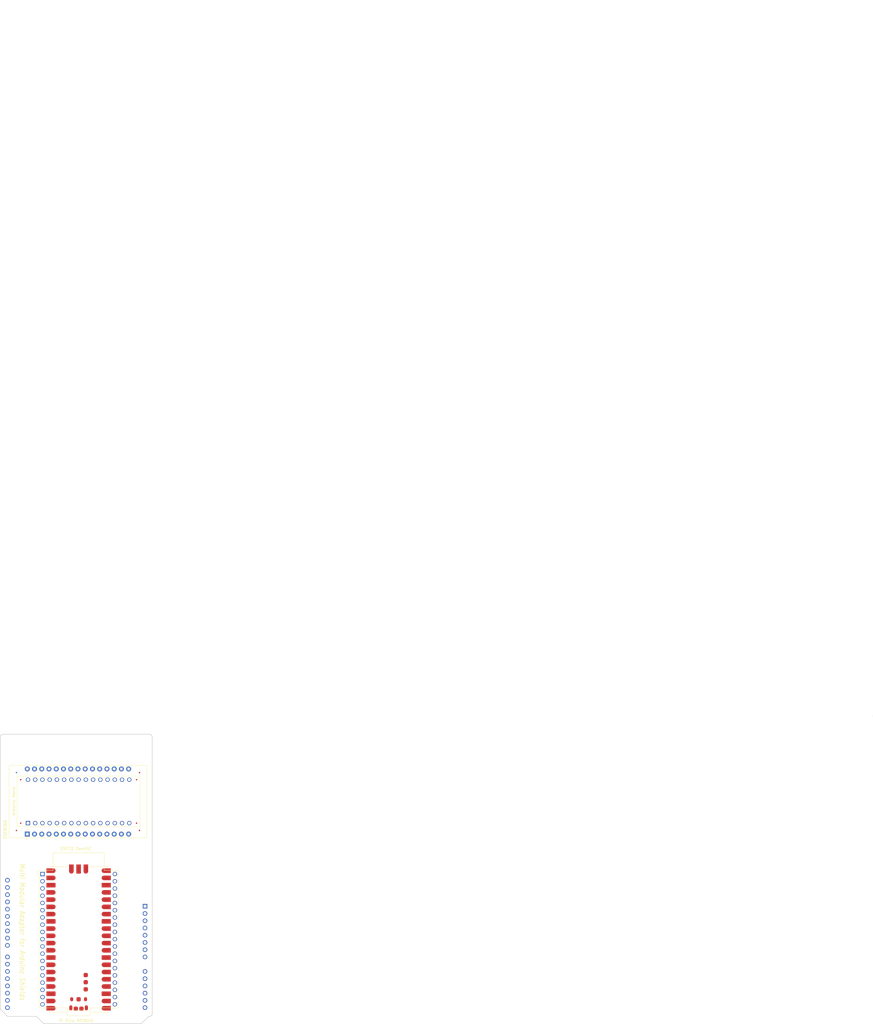
<source format=kicad_pcb>
(kicad_pcb (version 20211014) (generator pcbnew)
  (layers (0 "F.Cu" signal) (31 "B.Cu" signal) (34 "B.Paste" user) (35 "F.Paste" user) (36 "B.SilkS" user "B.Silkscreen") (37 "F.SilkS" user "F.Silkscreen") (38 "B.Mask" user) (39 "F.Mask" user) (44 "Edge.Cuts" user))
  (net 0 "")
  (net 91 "Net-(U3-Pad10)")
  (net 92 "Net-(U3-Pad11)")
  (footprint "ESP8266-NodeMCU:MODULE_ZC563900" (layer "F.Cu") (at 119.0244 54.3306 90)
    (fp_text reference "ESP8266" (at -9.8298 -25.5524 90) (layer "F.SilkS"))
    (fp_text value "ZC563900")
    (pad "" smd circle locked (at -10.16 -21.59 90) (size 0.5 0.5) (layers "F.Cu"))
    (pad "" smd circle locked (at 10.16 -21.59 90) (size 0.5 0.5) (layers "B.Cu"))
    (pad "" smd circle locked (at -10.16 21.59 90) (size 0.5 0.5) (layers "F.Cu"))
    (pad "" smd circle locked (at 10.16 21.59 90) (size 0.5 0.5) (layers "F.Cu"))
    (pad "1" thru_hole rect locked (at -11.43 -17.78 90) (size 1.7526 1.7526) (drill 0.889) (layers *.Cu *.Mask))
    (pad "2" thru_hole circle locked (at -11.43 -15.24 90) (size 1.7526 1.7526) (drill 0.889) (layers *.Cu *.Mask))
    (pad "3" thru_hole circle locked (at -11.43 -12.7 90) (size 1.7526 1.7526) (drill 0.889) (layers *.Cu *.Mask))
    (pad "4" thru_hole circle locked (at -11.43 -10.16 90) (size 1.7526 1.7526) (drill 0.889) (layers *.Cu *.Mask))
    (pad "5" thru_hole circle locked (at -11.43 -7.62 90) (size 1.7526 1.7526) (drill 0.889) (layers *.Cu *.Mask))
    (pad "6" thru_hole circle locked (at -11.43 -5.08 90) (size 1.7526 1.7526) (drill 0.889) (layers *.Cu *.Mask))
    (pad "7" thru_hole circle locked (at -11.43 -2.54 90) (size 1.7526 1.7526) (drill 0.889) (layers *.Cu *.Mask))
    (pad "8" thru_hole circle locked (at -11.43 0 90) (size 1.7526 1.7526) (drill 0.889) (layers *.Cu *.Mask))
    (pad "9" thru_hole circle locked (at -11.43 2.54 90) (size 1.7526 1.7526) (drill 0.889) (layers *.Cu *.Mask))
    (pad "10" thru_hole circle locked (at -11.43 5.08 90) (size 1.7526 1.7526) (drill 0.889) (layers *.Cu *.Mask) (net 91 "Net-(U3-Pad10)"))
    (pad "11" thru_hole circle locked (at -11.43 7.62 90) (size 1.7526 1.7526) (drill 0.889) (layers *.Cu *.Mask) (net 92 "Net-(U3-Pad11)"))
    (pad "12" thru_hole circle locked (at -11.43 10.16 90) (size 1.7526 1.7526) (drill 0.889) (layers *.Cu *.Mask))
    (pad "13" thru_hole circle locked (at -11.43 12.7 90) (size 1.7526 1.7526) (drill 0.889) (layers *.Cu *.Mask))
    (pad "14" thru_hole circle locked (at -11.43 15.24 90) (size 1.7526 1.7526) (drill 0.889) (layers *.Cu *.Mask) (net 91 "Net-(U3-Pad10)"))
    (pad "15" thru_hole circle locked (at -11.43 17.78 90) (size 1.7526 1.7526) (drill 0.889) (layers *.Cu *.Mask))
    (pad "16" thru_hole circle locked (at 11.43 17.78 90) (size 1.7526 1.7526) (drill 0.889) (layers *.Cu *.Mask) (net 92 "Net-(U3-Pad11)"))
    (pad "17" thru_hole circle locked (at 11.43 15.24 90) (size 1.7526 1.7526) (drill 0.889) (layers *.Cu *.Mask) (net 91 "Net-(U3-Pad10)"))
    (pad "18" thru_hole circle locked (at 11.43 12.7 90) (size 1.7526 1.7526) (drill 0.889) (layers *.Cu *.Mask))
    (pad "19" thru_hole circle locked (at 11.43 10.16 90) (size 1.7526 1.7526) (drill 0.889) (layers *.Cu *.Mask))
    (pad "20" thru_hole circle locked (at 11.43 7.62 90) (size 1.7526 1.7526) (drill 0.889) (layers *.Cu *.Mask))
    (pad "21" thru_hole circle locked (at 11.43 5.08 90) (size 1.7526 1.7526) (drill 0.889) (layers *.Cu *.Mask))
    (pad "22" thru_hole circle locked (at 11.43 2.54 90) (size 1.7526 1.7526) (drill 0.889) (layers *.Cu *.Mask))
    (pad "23" thru_hole circle locked (at 11.43 0 90) (size 1.7526 1.7526) (drill 0.889) (layers *.Cu *.Mask))
    (pad "24" thru_hole circle locked (at 11.43 -2.54 90) (size 1.7526 1.7526) (drill 0.889) (layers *.Cu *.Mask) (net 91 "Net-(U3-Pad10)"))
    (pad "25" thru_hole circle locked (at 11.43 -5.08 90) (size 1.7526 1.7526) (drill 0.889) (layers *.Cu *.Mask) (net 92 "Net-(U3-Pad11)"))
    (pad "26" thru_hole circle locked (at 11.43 -7.62 90) (size 1.7526 1.7526) (drill 0.889) (layers *.Cu *.Mask))
    (pad "27" thru_hole circle locked (at 11.43 -10.16 90) (size 1.7526 1.7526) (drill 0.889) (layers *.Cu *.Mask))
    (pad "28" thru_hole circle locked (at 11.43 -12.7 90) (size 1.7526 1.7526) (drill 0.889) (layers *.Cu *.Mask))
    (pad "29" thru_hole circle locked (at 11.43 -15.24 90) (size 1.7526 1.7526) (drill 0.889) (layers *.Cu *.Mask))
    (pad "30" thru_hole circle locked (at 11.43 -17.78 90) (size 1.7526 1.7526) (drill 0.889) (layers *.Cu *.Mask))
  )
  (footprint "Module:uno-arduino-r3" (layer "F.Cu") (at 117.1448 96.1644 -90)
    (fp_text reference "Multi Modular Adaptor for Arduino Shields" (at 3.937 17.6276 -90 unlocked) (layer "F.SilkS") (effects (font (size 1.75 1.5) (thickness 0.2) italic)))
    (fp_text value "uno-arduino-r3")
    (pad "1" thru_hole rect (at -5.08 -25.4) (size 1.6 1.6) (drill 1) (layers *.Cu *.Mask))
    (pad "2" thru_hole oval (at -2.54 -25.4) (size 1.6 1.6) (drill 1) (layers *.Cu *.Mask))
    (pad "3" thru_hole oval (at 0 -25.4) (size 1.6 1.6) (drill 1) (layers *.Cu *.Mask))
    (pad "4" thru_hole oval (at 2.54 -25.4) (size 1.6 1.6) (drill 1) (layers *.Cu *.Mask))
    (pad "5" thru_hole oval (at 5.08 -25.4) (size 1.6 1.6) (drill 1) (layers *.Cu *.Mask))
    (pad "6" thru_hole oval (at 7.62 -25.4) (size 1.6 1.6) (drill 1) (layers *.Cu *.Mask))
    (pad "7" thru_hole oval (at 10.16 -25.4) (size 1.6 1.6) (drill 1) (layers *.Cu *.Mask))
    (pad "8" thru_hole oval (at 12.7 -25.4) (size 1.6 1.6) (drill 1) (layers *.Cu *.Mask))
    (pad "9" thru_hole oval (at 17.78 -25.4) (size 1.6 1.6) (drill 1) (layers *.Cu *.Mask))
    (pad "10" thru_hole oval (at 20.32 -25.4) (size 1.6 1.6) (drill 1) (layers *.Cu *.Mask))
    (pad "11" thru_hole oval (at 22.86 -25.4) (size 1.6 1.6) (drill 1) (layers *.Cu *.Mask))
    (pad "12" thru_hole oval (at 25.4 -25.4) (size 1.6 1.6) (drill 1) (layers *.Cu *.Mask))
    (pad "13" thru_hole oval (at 27.94 -25.4) (size 1.6 1.6) (drill 1) (layers *.Cu *.Mask))
    (pad "14" thru_hole oval (at 30.48 -25.4) (size 1.6 1.6) (drill 1) (layers *.Cu *.Mask))
    (pad "15" thru_hole oval (at 30.48 22.86) (size 1.6 1.6) (drill 1) (layers *.Cu *.Mask))
    (pad "16" thru_hole oval (at 27.94 22.86) (size 1.6 1.6) (drill 1) (layers *.Cu *.Mask))
    (pad "17" thru_hole oval (at 25.4 22.86) (size 1.6 1.6) (drill 1) (layers *.Cu *.Mask))
    (pad "18" thru_hole oval (at 22.86 22.86) (size 1.6 1.6) (drill 1) (layers *.Cu *.Mask))
    (pad "19" thru_hole oval (at 20.32 22.86) (size 1.6 1.6) (drill 1) (layers *.Cu *.Mask))
    (pad "20" thru_hole oval (at 17.78 22.86) (size 1.6 1.6) (drill 1) (layers *.Cu *.Mask))
    (pad "21" thru_hole oval (at 15.24 22.86) (size 1.6 1.6) (drill 1) (layers *.Cu *.Mask))
    (pad "22" thru_hole oval (at 12.7 22.86) (size 1.6 1.6) (drill 1) (layers *.Cu *.Mask))
    (pad "23" thru_hole oval (at 8.64 22.86) (size 1.6 1.6) (drill 1) (layers *.Cu *.Mask))
    (pad "24" thru_hole oval (at 6.1 22.86) (size 1.6 1.6) (drill 1) (layers *.Cu *.Mask))
    (pad "25" thru_hole oval (at 3.56 22.86) (size 1.6 1.6) (drill 1) (layers *.Cu *.Mask))
    (pad "26" thru_hole oval (at 1.02 22.86) (size 1.6 1.6) (drill 1) (layers *.Cu *.Mask))
    (pad "27" thru_hole oval (at -1.52 22.86) (size 1.6 1.6) (drill 1) (layers *.Cu *.Mask))
    (pad "28" thru_hole oval (at -4.06 22.86) (size 1.6 1.6) (drill 1) (layers *.Cu *.Mask))
    (pad "29" thru_hole oval (at -6.6 22.86) (size 1.6 1.6) (drill 1) (layers *.Cu *.Mask))
    (pad "30" thru_hole oval (at -9.14 22.86) (size 1.6 1.6) (drill 1) (layers *.Cu *.Mask))
    (pad "31" thru_hole oval (at -11.68 22.86) (size 1.6 1.6) (drill 1) (layers *.Cu *.Mask))
    (pad "32" thru_hole oval (at -14.22 22.86) (size 1.6 1.6) (drill 1) (layers *.Cu *.Mask))
  )
  (footprint "Arduino-nano:MODULE_A000005" (layer "F.Cu") (at 119.253 54.2887 90)
    (fp_text reference "Arduino Nano" (at 0.0597 -22.7838 90) (layer "F.SilkS"))
    (fp_text value "A000005")
    (pad "" smd circle locked (at -7.62 -20.32 90) (size 0.5 0.5) (layers "F.Cu"))
    (pad "" smd circle locked (at 7.62 -20.32 90) (size 0.5 0.5) (layers "F.Cu"))
    (pad "" smd circle locked (at 7.62 20.32 90) (size 0.5 0.5) (layers "F.Cu"))
    (pad "" smd circle locked (at -7.62 20.32 90) (size 0.5 0.5) (layers "F.Cu"))
    (pad "1" thru_hole rect locked (at -7.62 -17.78 90) (size 1.508 1.508) (drill 1) (layers *.Cu *.Mask))
    (pad "2" thru_hole circle locked (at -7.62 -15.24 90) (size 1.508 1.508) (drill 1) (layers *.Cu *.Mask))
    (pad "3" thru_hole circle locked (at -7.62 -12.7 90) (size 1.508 1.508) (drill 1) (layers *.Cu *.Mask))
    (pad "4" thru_hole circle locked (at -7.62 -10.16 90) (size 1.508 1.508) (drill 1) (layers *.Cu *.Mask))
    (pad "5" thru_hole circle locked (at -7.62 -7.62 90) (size 1.508 1.508) (drill 1) (layers *.Cu *.Mask))
    (pad "6" thru_hole circle locked (at -7.62 -5.08 90) (size 1.508 1.508) (drill 1) (layers *.Cu *.Mask))
    (pad "7" thru_hole circle locked (at -7.62 -2.54 90) (size 1.508 1.508) (drill 1) (layers *.Cu *.Mask))
    (pad "8" thru_hole circle locked (at -7.62 0 90) (size 1.508 1.508) (drill 1) (layers *.Cu *.Mask))
    (pad "9" thru_hole circle locked (at -7.62 2.54 90) (size 1.508 1.508) (drill 1) (layers *.Cu *.Mask))
    (pad "10" thru_hole circle locked (at -7.62 5.08 90) (size 1.508 1.508) (drill 1) (layers *.Cu *.Mask))
    (pad "11" thru_hole circle locked (at -7.62 7.62 90) (size 1.508 1.508) (drill 1) (layers *.Cu *.Mask))
    (pad "12" thru_hole circle locked (at -7.62 10.16 90) (size 1.508 1.508) (drill 1) (layers *.Cu *.Mask))
    (pad "13" thru_hole circle locked (at -7.62 12.7 90) (size 1.508 1.508) (drill 1) (layers *.Cu *.Mask))
    (pad "14" thru_hole circle locked (at -7.62 15.24 90) (size 1.508 1.508) (drill 1) (layers *.Cu *.Mask))
    (pad "15" thru_hole circle locked (at -7.62 17.78 90) (size 1.508 1.508) (drill 1) (layers *.Cu *.Mask))
    (pad "16" thru_hole circle locked (at 7.62 17.78 90) (size 1.508 1.508) (drill 1) (layers *.Cu *.Mask))
    (pad "17" thru_hole circle locked (at 7.62 15.24 90) (size 1.508 1.508) (drill 1) (layers *.Cu *.Mask))
    (pad "18" thru_hole circle locked (at 7.62 12.7 90) (size 1.508 1.508) (drill 1) (layers *.Cu *.Mask))
    (pad "19" thru_hole circle locked (at 7.62 10.16 90) (size 1.508 1.508) (drill 1) (layers *.Cu *.Mask))
    (pad "20" thru_hole circle locked (at 7.62 7.62 90) (size 1.508 1.508) (drill 1) (layers *.Cu *.Mask))
    (pad "21" thru_hole circle locked (at 7.62 5.08 90) (size 1.508 1.508) (drill 1) (layers *.Cu *.Mask))
    (pad "22" thru_hole circle locked (at 7.62 2.54 90) (size 1.508 1.508) (drill 1) (layers *.Cu *.Mask))
    (pad "23" thru_hole circle locked (at 7.62 0 90) (size 1.508 1.508) (drill 1) (layers *.Cu *.Mask))
    (pad "24" thru_hole circle locked (at 7.62 -2.54 90) (size 1.508 1.508) (drill 1) (layers *.Cu *.Mask))
    (pad "25" thru_hole circle locked (at 7.62 -5.08 90) (size 1.508 1.508) (drill 1) (layers *.Cu *.Mask))
    (pad "26" thru_hole circle locked (at 7.62 -7.62 90) (size 1.508 1.508) (drill 1) (layers *.Cu *.Mask))
    (pad "27" thru_hole circle locked (at 7.62 -10.16 90) (size 1.508 1.508) (drill 1) (layers *.Cu *.Mask))
    (pad "28" thru_hole circle locked (at 7.62 -12.7 90) (size 1.508 1.508) (drill 1) (layers *.Cu *.Mask))
    (pad "29" thru_hole circle locked (at 7.62 -15.24 90) (size 1.508 1.508) (drill 1) (layers *.Cu *.Mask))
    (pad "30" thru_hole circle locked (at 7.62 -17.78 90) (size 1.508 1.508) (drill 1) (layers *.Cu *.Mask))
  )
  (footprint "Kicad Board Library:MODULE_ESP32-DEVKITC" (layer "F.Cu") (at 119.2784 102.616)
    (fp_text reference "ESP32 DevkitC" (at -1.016 -31.75) (layer "F.SilkS"))
    (fp_text value "ESP32-DEVKITC")
    (pad "1" thru_hole rect locked (at -12.7 -22.85) (size 1.53 1.53) (drill 1.02) (layers *.Cu *.Mask))
    (pad "2" thru_hole circle locked (at -12.7 -20.31) (size 1.53 1.53) (drill 1.02) (layers *.Cu *.Mask))
    (pad "3" thru_hole circle locked (at -12.7 -17.77) (size 1.53 1.53) (drill 1.02) (layers *.Cu *.Mask))
    (pad "4" thru_hole circle locked (at -12.7 -15.23) (size 1.53 1.53) (drill 1.02) (layers *.Cu *.Mask))
    (pad "5" thru_hole circle locked (at -12.7 -12.69) (size 1.53 1.53) (drill 1.02) (layers *.Cu *.Mask))
    (pad "6" thru_hole circle locked (at -12.7 -10.15) (size 1.53 1.53) (drill 1.02) (layers *.Cu *.Mask))
    (pad "7" thru_hole circle locked (at -12.7 -7.61) (size 1.53 1.53) (drill 1.02) (layers *.Cu *.Mask))
    (pad "8" thru_hole circle locked (at -12.7 -5.07) (size 1.53 1.53) (drill 1.02) (layers *.Cu *.Mask))
    (pad "9" thru_hole circle locked (at -12.7 -2.53) (size 1.53 1.53) (drill 1.02) (layers *.Cu *.Mask))
    (pad "10" thru_hole circle locked (at -12.7 0.01) (size 1.53 1.53) (drill 1.02) (layers *.Cu *.Mask))
    (pad "11" thru_hole circle locked (at -12.7 2.55) (size 1.53 1.53) (drill 1.02) (layers *.Cu *.Mask))
    (pad "12" thru_hole circle locked (at -12.7 5.09) (size 1.53 1.53) (drill 1.02) (layers *.Cu *.Mask))
    (pad "13" thru_hole circle locked (at -12.7 7.63) (size 1.53 1.53) (drill 1.02) (layers *.Cu *.Mask))
    (pad "14" thru_hole circle locked (at -12.7 10.17) (size 1.53 1.53) (drill 1.02) (layers *.Cu *.Mask))
    (pad "15" thru_hole circle locked (at -12.7 12.71) (size 1.53 1.53) (drill 1.02) (layers *.Cu *.Mask))
    (pad "16" thru_hole circle locked (at -12.7 15.25) (size 1.53 1.53) (drill 1.02) (layers *.Cu *.Mask))
    (pad "17" thru_hole circle locked (at -12.7 17.79) (size 1.53 1.53) (drill 1.02) (layers *.Cu *.Mask))
    (pad "18" thru_hole circle locked (at -12.7 20.33) (size 1.53 1.53) (drill 1.02) (layers *.Cu *.Mask))
    (pad "19" thru_hole circle locked (at -12.7 22.87) (size 1.53 1.53) (drill 1.02) (layers *.Cu *.Mask))
    (pad "20" thru_hole circle locked (at 12.7 22.87) (size 1.53 1.53) (drill 1.02) (layers *.Cu *.Mask))
    (pad "21" thru_hole circle locked (at 12.7 20.33) (size 1.53 1.53) (drill 1.02) (layers *.Cu *.Mask))
    (pad "22" thru_hole circle locked (at 12.7 17.79) (size 1.53 1.53) (drill 1.02) (layers *.Cu *.Mask))
    (pad "23" thru_hole circle locked (at 12.7 15.25) (size 1.53 1.53) (drill 1.02) (layers *.Cu *.Mask))
    (pad "24" thru_hole circle locked (at 12.7 12.71) (size 1.53 1.53) (drill 1.02) (layers *.Cu *.Mask))
    (pad "25" thru_hole circle locked (at 12.7 10.17) (size 1.53 1.53) (drill 1.02) (layers *.Cu *.Mask))
    (pad "26" thru_hole circle locked (at 12.7 7.63) (size 1.53 1.53) (drill 1.02) (layers *.Cu *.Mask))
    (pad "27" thru_hole circle locked (at 12.7 5.09) (size 1.53 1.53) (drill 1.02) (layers *.Cu *.Mask))
    (pad "28" thru_hole circle locked (at 12.7 2.55) (size 1.53 1.53) (drill 1.02) (layers *.Cu *.Mask))
    (pad "29" thru_hole circle locked (at 12.7 0.01) (size 1.53 1.53) (drill 1.02) (layers *.Cu *.Mask))
    (pad "30" thru_hole circle locked (at 12.7 -2.53) (size 1.53 1.53) (drill 1.02) (layers *.Cu *.Mask))
    (pad "31" thru_hole circle locked (at 12.7 -5.07) (size 1.53 1.53) (drill 1.02) (layers *.Cu *.Mask))
    (pad "32" thru_hole circle locked (at 12.7 -7.61) (size 1.53 1.53) (drill 1.02) (layers *.Cu *.Mask))
    (pad "33" thru_hole circle locked (at 12.7 -10.15) (size 1.53 1.53) (drill 1.02) (layers *.Cu *.Mask))
    (pad "34" thru_hole circle locked (at 12.7 -12.69) (size 1.53 1.53) (drill 1.02) (layers *.Cu *.Mask))
    (pad "35" thru_hole circle locked (at 12.7 -15.23) (size 1.53 1.53) (drill 1.02) (layers *.Cu *.Mask))
    (pad "36" thru_hole circle locked (at 12.7 -17.77) (size 1.53 1.53) (drill 1.02) (layers *.Cu *.Mask))
    (pad "37" thru_hole circle locked (at 12.7 -20.31) (size 1.53 1.53) (drill 1.02) (layers *.Cu *.Mask))
    (pad "38" thru_hole circle locked (at 12.7 -22.85) (size 1.53 1.53) (drill 1.02) (layers *.Cu *.Mask))
  )
  (footprint "Kicad Board Library:MODULE_SC0915" (layer "F.Cu") (at 119.2469 102.7216 180)
    (fp_text reference "Pi Pico RP2040" (at 0.8829 -28.5202) (layer "F.SilkS"))
    (fp_text value "SC0915")
    (pad "1" smd custom locked (at -9.69 -24.13 180) (size 1 1) (layers "F.Cu") (options (clearance outline) (anchor rect)) (primitives (gr_poly (pts (xy -1.6 0.8) (xy -1.6 -0.8) (xy 0.8 -0.8) (xy 0.842 -0.799) (xy 0.884 -0.796) (xy 0.925 -0.79) (xy 0.966 -0.783) (xy 1.007 -0.773) (xy 1.047 -0.761) (xy 1.087 -0.747) (xy 1.125 -0.731) (xy 1.163 -0.713) (xy 1.2 -0.693) (xy 1.236 -0.671) (xy 1.27 -0.647) (xy 1.303 -0.622) (xy 1.335 -0.595) (xy 1.366 -0.566) (xy 1.395 -0.535) (xy 1.422 -0.503) (xy 1.447 -0.47) (xy 1.471 -0.436) (xy 1.493 -0.4) (xy 1.513 -0.363) (xy 1.531 -0.325) (xy 1.547 -0.287) (xy 1.561 -0.247) (xy 1.573 -0.207) (xy 1.583 -0.166) (xy 1.59 -0.125) (xy 1.596 -0.084) (xy 1.599 -0.042) (xy 1.6 0) (xy 1.599 0.042) (xy 1.596 0.084) (xy 1.59 0.125) (xy 1.583 0.166) (xy 1.573 0.207) (xy 1.561 0.247) (xy 1.547 0.287) (xy 1.531 0.325) (xy 1.513 0.363) (xy 1.493 0.4) (xy 1.471 0.436) (xy 1.447 0.47) (xy 1.422 0.503) (xy 1.395 0.535) (xy 1.366 0.566) (xy 1.335 0.595) (xy 1.303 0.622) (xy 1.27 0.647) (xy 1.236 0.671) (xy 1.2 0.693) (xy 1.163 0.713) (xy 1.125 0.731) (xy 1.087 0.747) (xy 1.047 0.761) (xy 1.007 0.773) (xy 0.966 0.783) (xy 0.925 0.79) (xy 0.884 0.796) (xy 0.842 0.799) (xy 0.8 0.8) (xy -1.6 0.8)) (width 0.01) (fill yes))))
    (pad "2" smd custom locked (at -9.69 -21.59 180) (size 1 1) (layers "F.Cu") (options (clearance outline) (anchor rect)) (primitives (gr_poly (pts (xy -1.6 0.8) (xy -1.6 -0.8) (xy 0.8 -0.8) (xy 0.842 -0.799) (xy 0.884 -0.796) (xy 0.925 -0.79) (xy 0.966 -0.783) (xy 1.007 -0.773) (xy 1.047 -0.761) (xy 1.087 -0.747) (xy 1.125 -0.731) (xy 1.163 -0.713) (xy 1.2 -0.693) (xy 1.236 -0.671) (xy 1.27 -0.647) (xy 1.303 -0.622) (xy 1.335 -0.595) (xy 1.366 -0.566) (xy 1.395 -0.535) (xy 1.422 -0.503) (xy 1.447 -0.47) (xy 1.471 -0.436) (xy 1.493 -0.4) (xy 1.513 -0.363) (xy 1.531 -0.325) (xy 1.547 -0.287) (xy 1.561 -0.247) (xy 1.573 -0.207) (xy 1.583 -0.166) (xy 1.59 -0.125) (xy 1.596 -0.084) (xy 1.599 -0.042) (xy 1.6 0) (xy 1.599 0.042) (xy 1.596 0.084) (xy 1.59 0.125) (xy 1.583 0.166) (xy 1.573 0.207) (xy 1.561 0.247) (xy 1.547 0.287) (xy 1.531 0.325) (xy 1.513 0.363) (xy 1.493 0.4) (xy 1.471 0.436) (xy 1.447 0.47) (xy 1.422 0.503) (xy 1.395 0.535) (xy 1.366 0.566) (xy 1.335 0.595) (xy 1.303 0.622) (xy 1.27 0.647) (xy 1.236 0.671) (xy 1.2 0.693) (xy 1.163 0.713) (xy 1.125 0.731) (xy 1.087 0.747) (xy 1.047 0.761) (xy 1.007 0.773) (xy 0.966 0.783) (xy 0.925 0.79) (xy 0.884 0.796) (xy 0.842 0.799) (xy 0.8 0.8) (xy -1.6 0.8)) (width 0.01) (fill yes))))
    (pad "3" smd custom locked (at -9.69 -19.05 180) (size 1 1) (layers "F.Cu") (options (clearance outline) (anchor rect)) (primitives (gr_poly (pts (xy -1.6 0.8) (xy -1.6 -0.8) (xy 1.4 -0.8) (xy 1.41 -0.8) (xy 1.421 -0.799) (xy 1.431 -0.798) (xy 1.442 -0.796) (xy 1.452 -0.793) (xy 1.462 -0.79) (xy 1.472 -0.787) (xy 1.481 -0.783) (xy 1.491 -0.778) (xy 1.5 -0.773) (xy 1.509 -0.768) (xy 1.518 -0.762) (xy 1.526 -0.755) (xy 1.534 -0.749) (xy 1.541 -0.741) (xy 1.549 -0.734) (xy 1.555 -0.726) (xy 1.562 -0.718) (xy 1.568 -0.709) (xy 1.573 -0.7) (xy 1.578 -0.691) (xy 1.583 -0.681) (xy 1.587 -0.672) (xy 1.59 -0.662) (xy 1.593 -0.652) (xy 1.596 -0.642) (xy 1.598 -0.631) (xy 1.599 -0.621) (xy 1.6 -0.61) (xy 1.6 -0.6) (xy 1.6 0.6) (xy 1.6 0.61) (xy 1.599 0.621) (xy 1.598 0.631) (xy 1.596 0.642) (xy 1.593 0.652) (xy 1.59 0.662) (xy 1.587 0.672) (xy 1.583 0.681) (xy 1.578 0.691) (xy 1.573 0.7) (xy 1.568 0.709) (xy 1.562 0.718) (xy 1.555 0.726) (xy 1.549 0.734) (xy 1.541 0.741) (xy 1.534 0.749) (xy 1.526 0.755) (xy 1.518 0.762) (xy 1.509 0.768) (xy 1.5 0.773) (xy 1.491 0.778) (xy 1.481 0.783) (xy 1.472 0.787) (xy 1.462 0.79) (xy 1.452 0.793) (xy 1.442 0.796) (xy 1.431 0.798) (xy 1.421 0.799) (xy 1.41 0.8) (xy 1.4 0.8) (xy -1.6 0.8)) (width 0.01) (fill yes))))
    (pad "4" smd custom locked (at -9.69 -16.51 180) (size 1 1) (layers "F.Cu") (options (clearance outline) (anchor rect)) (primitives (gr_poly (pts (xy -1.6 0.8) (xy -1.6 -0.8) (xy 0.8 -0.8) (xy 0.842 -0.799) (xy 0.884 -0.796) (xy 0.925 -0.79) (xy 0.966 -0.783) (xy 1.007 -0.773) (xy 1.047 -0.761) (xy 1.087 -0.747) (xy 1.125 -0.731) (xy 1.163 -0.713) (xy 1.2 -0.693) (xy 1.236 -0.671) (xy 1.27 -0.647) (xy 1.303 -0.622) (xy 1.335 -0.595) (xy 1.366 -0.566) (xy 1.395 -0.535) (xy 1.422 -0.503) (xy 1.447 -0.47) (xy 1.471 -0.436) (xy 1.493 -0.4) (xy 1.513 -0.363) (xy 1.531 -0.325) (xy 1.547 -0.287) (xy 1.561 -0.247) (xy 1.573 -0.207) (xy 1.583 -0.166) (xy 1.59 -0.125) (xy 1.596 -0.084) (xy 1.599 -0.042) (xy 1.6 0) (xy 1.599 0.042) (xy 1.596 0.084) (xy 1.59 0.125) (xy 1.583 0.166) (xy 1.573 0.207) (xy 1.561 0.247) (xy 1.547 0.287) (xy 1.531 0.325) (xy 1.513 0.363) (xy 1.493 0.4) (xy 1.471 0.436) (xy 1.447 0.47) (xy 1.422 0.503) (xy 1.395 0.535) (xy 1.366 0.566) (xy 1.335 0.595) (xy 1.303 0.622) (xy 1.27 0.647) (xy 1.236 0.671) (xy 1.2 0.693) (xy 1.163 0.713) (xy 1.125 0.731) (xy 1.087 0.747) (xy 1.047 0.761) (xy 1.007 0.773) (xy 0.966 0.783) (xy 0.925 0.79) (xy 0.884 0.796) (xy 0.842 0.799) (xy 0.8 0.8) (xy -1.6 0.8)) (width 0.01) (fill yes))))
    (pad "5" smd custom locked (at -9.69 -13.97 180) (size 1 1) (layers "F.Cu") (options (clearance outline) (anchor rect)) (primitives (gr_poly (pts (xy -1.6 0.8) (xy -1.6 -0.8) (xy 0.8 -0.8) (xy 0.842 -0.799) (xy 0.884 -0.796) (xy 0.925 -0.79) (xy 0.966 -0.783) (xy 1.007 -0.773) (xy 1.047 -0.761) (xy 1.087 -0.747) (xy 1.125 -0.731) (xy 1.163 -0.713) (xy 1.2 -0.693) (xy 1.236 -0.671) (xy 1.27 -0.647) (xy 1.303 -0.622) (xy 1.335 -0.595) (xy 1.366 -0.566) (xy 1.395 -0.535) (xy 1.422 -0.503) (xy 1.447 -0.47) (xy 1.471 -0.436) (xy 1.493 -0.4) (xy 1.513 -0.363) (xy 1.531 -0.325) (xy 1.547 -0.287) (xy 1.561 -0.247) (xy 1.573 -0.207) (xy 1.583 -0.166) (xy 1.59 -0.125) (xy 1.596 -0.084) (xy 1.599 -0.042) (xy 1.6 0) (xy 1.599 0.042) (xy 1.596 0.084) (xy 1.59 0.125) (xy 1.583 0.166) (xy 1.573 0.207) (xy 1.561 0.247) (xy 1.547 0.287) (xy 1.531 0.325) (xy 1.513 0.363) (xy 1.493 0.4) (xy 1.471 0.436) (xy 1.447 0.47) (xy 1.422 0.503) (xy 1.395 0.535) (xy 1.366 0.566) (xy 1.335 0.595) (xy 1.303 0.622) (xy 1.27 0.647) (xy 1.236 0.671) (xy 1.2 0.693) (xy 1.163 0.713) (xy 1.125 0.731) (xy 1.087 0.747) (xy 1.047 0.761) (xy 1.007 0.773) (xy 0.966 0.783) (xy 0.925 0.79) (xy 0.884 0.796) (xy 0.842 0.799) (xy 0.8 0.8) (xy -1.6 0.8)) (width 0.01) (fill yes))))
    (pad "6" smd custom locked (at -9.69 -11.43 180) (size 1 1) (layers "F.Cu") (options (clearance outline) (anchor rect)) (primitives (gr_poly (pts (xy -1.6 0.8) (xy -1.6 -0.8) (xy 0.8 -0.8) (xy 0.842 -0.799) (xy 0.884 -0.796) (xy 0.925 -0.79) (xy 0.966 -0.783) (xy 1.007 -0.773) (xy 1.047 -0.761) (xy 1.087 -0.747) (xy 1.125 -0.731) (xy 1.163 -0.713) (xy 1.2 -0.693) (xy 1.236 -0.671) (xy 1.27 -0.647) (xy 1.303 -0.622) (xy 1.335 -0.595) (xy 1.366 -0.566) (xy 1.395 -0.535) (xy 1.422 -0.503) (xy 1.447 -0.47) (xy 1.471 -0.436) (xy 1.493 -0.4) (xy 1.513 -0.363) (xy 1.531 -0.325) (xy 1.547 -0.287) (xy 1.561 -0.247) (xy 1.573 -0.207) (xy 1.583 -0.166) (xy 1.59 -0.125) (xy 1.596 -0.084) (xy 1.599 -0.042) (xy 1.6 0) (xy 1.599 0.042) (xy 1.596 0.084) (xy 1.59 0.125) (xy 1.583 0.166) (xy 1.573 0.207) (xy 1.561 0.247) (xy 1.547 0.287) (xy 1.531 0.325) (xy 1.513 0.363) (xy 1.493 0.4) (xy 1.471 0.436) (xy 1.447 0.47) (xy 1.422 0.503) (xy 1.395 0.535) (xy 1.366 0.566) (xy 1.335 0.595) (xy 1.303 0.622) (xy 1.27 0.647) (xy 1.236 0.671) (xy 1.2 0.693) (xy 1.163 0.713) (xy 1.125 0.731) (xy 1.087 0.747) (xy 1.047 0.761) (xy 1.007 0.773) (xy 0.966 0.783) (xy 0.925 0.79) (xy 0.884 0.796) (xy 0.842 0.799) (xy 0.8 0.8) (xy -1.6 0.8)) (width 0.01) (fill yes))))
    (pad "7" smd custom locked (at -9.69 -8.89 180) (size 1 1) (layers "F.Cu") (options (clearance outline) (anchor rect)) (primitives (gr_poly (pts (xy -1.6 0.8) (xy -1.6 -0.8) (xy 0.8 -0.8) (xy 0.842 -0.799) (xy 0.884 -0.796) (xy 0.925 -0.79) (xy 0.966 -0.783) (xy 1.007 -0.773) (xy 1.047 -0.761) (xy 1.087 -0.747) (xy 1.125 -0.731) (xy 1.163 -0.713) (xy 1.2 -0.693) (xy 1.236 -0.671) (xy 1.27 -0.647) (xy 1.303 -0.622) (xy 1.335 -0.595) (xy 1.366 -0.566) (xy 1.395 -0.535) (xy 1.422 -0.503) (xy 1.447 -0.47) (xy 1.471 -0.436) (xy 1.493 -0.4) (xy 1.513 -0.363) (xy 1.531 -0.325) (xy 1.547 -0.287) (xy 1.561 -0.247) (xy 1.573 -0.207) (xy 1.583 -0.166) (xy 1.59 -0.125) (xy 1.596 -0.084) (xy 1.599 -0.042) (xy 1.6 0) (xy 1.599 0.042) (xy 1.596 0.084) (xy 1.59 0.125) (xy 1.583 0.166) (xy 1.573 0.207) (xy 1.561 0.247) (xy 1.547 0.287) (xy 1.531 0.325) (xy 1.513 0.363) (xy 1.493 0.4) (xy 1.471 0.436) (xy 1.447 0.47) (xy 1.422 0.503) (xy 1.395 0.535) (xy 1.366 0.566) (xy 1.335 0.595) (xy 1.303 0.622) (xy 1.27 0.647) (xy 1.236 0.671) (xy 1.2 0.693) (xy 1.163 0.713) (xy 1.125 0.731) (xy 1.087 0.747) (xy 1.047 0.761) (xy 1.007 0.773) (xy 0.966 0.783) (xy 0.925 0.79) (xy 0.884 0.796) (xy 0.842 0.799) (xy 0.8 0.8) (xy -1.6 0.8)) (width 0.01) (fill yes))))
    (pad "8" smd custom locked (at -9.69 -6.35 180) (size 1 1) (layers "F.Cu") (options (clearance outline) (anchor rect)) (primitives (gr_poly (pts (xy -1.6 0.8) (xy -1.6 -0.8) (xy 1.4 -0.8) (xy 1.41 -0.8) (xy 1.421 -0.799) (xy 1.431 -0.798) (xy 1.442 -0.796) (xy 1.452 -0.793) (xy 1.462 -0.79) (xy 1.472 -0.787) (xy 1.481 -0.783) (xy 1.491 -0.778) (xy 1.5 -0.773) (xy 1.509 -0.768) (xy 1.518 -0.762) (xy 1.526 -0.755) (xy 1.534 -0.749) (xy 1.541 -0.741) (xy 1.549 -0.734) (xy 1.555 -0.726) (xy 1.562 -0.718) (xy 1.568 -0.709) (xy 1.573 -0.7) (xy 1.578 -0.691) (xy 1.583 -0.681) (xy 1.587 -0.672) (xy 1.59 -0.662) (xy 1.593 -0.652) (xy 1.596 -0.642) (xy 1.598 -0.631) (xy 1.599 -0.621) (xy 1.6 -0.61) (xy 1.6 -0.6) (xy 1.6 0.6) (xy 1.6 0.61) (xy 1.599 0.621) (xy 1.598 0.631) (xy 1.596 0.642) (xy 1.593 0.652) (xy 1.59 0.662) (xy 1.587 0.672) (xy 1.583 0.681) (xy 1.578 0.691) (xy 1.573 0.7) (xy 1.568 0.709) (xy 1.562 0.718) (xy 1.555 0.726) (xy 1.549 0.734) (xy 1.541 0.741) (xy 1.534 0.749) (xy 1.526 0.755) (xy 1.518 0.762) (xy 1.509 0.768) (xy 1.5 0.773) (xy 1.491 0.778) (xy 1.481 0.783) (xy 1.472 0.787) (xy 1.462 0.79) (xy 1.452 0.793) (xy 1.442 0.796) (xy 1.431 0.798) (xy 1.421 0.799) (xy 1.41 0.8) (xy 1.4 0.8) (xy -1.6 0.8)) (width 0.01) (fill yes))))
    (pad "9" smd custom locked (at -9.69 -3.81 180) (size 1 1) (layers "F.Cu") (options (clearance outline) (anchor rect)) (primitives (gr_poly (pts (xy -1.6 0.8) (xy -1.6 -0.8) (xy 0.8 -0.8) (xy 0.842 -0.799) (xy 0.884 -0.796) (xy 0.925 -0.79) (xy 0.966 -0.783) (xy 1.007 -0.773) (xy 1.047 -0.761) (xy 1.087 -0.747) (xy 1.125 -0.731) (xy 1.163 -0.713) (xy 1.2 -0.693) (xy 1.236 -0.671) (xy 1.27 -0.647) (xy 1.303 -0.622) (xy 1.335 -0.595) (xy 1.366 -0.566) (xy 1.395 -0.535) (xy 1.422 -0.503) (xy 1.447 -0.47) (xy 1.471 -0.436) (xy 1.493 -0.4) (xy 1.513 -0.363) (xy 1.531 -0.325) (xy 1.547 -0.287) (xy 1.561 -0.247) (xy 1.573 -0.207) (xy 1.583 -0.166) (xy 1.59 -0.125) (xy 1.596 -0.084) (xy 1.599 -0.042) (xy 1.6 0) (xy 1.599 0.042) (xy 1.596 0.084) (xy 1.59 0.125) (xy 1.583 0.166) (xy 1.573 0.207) (xy 1.561 0.247) (xy 1.547 0.287) (xy 1.531 0.325) (xy 1.513 0.363) (xy 1.493 0.4) (xy 1.471 0.436) (xy 1.447 0.47) (xy 1.422 0.503) (xy 1.395 0.535) (xy 1.366 0.566) (xy 1.335 0.595) (xy 1.303 0.622) (xy 1.27 0.647) (xy 1.236 0.671) (xy 1.2 0.693) (xy 1.163 0.713) (xy 1.125 0.731) (xy 1.087 0.747) (xy 1.047 0.761) (xy 1.007 0.773) (xy 0.966 0.783) (xy 0.925 0.79) (xy 0.884 0.796) (xy 0.842 0.799) (xy 0.8 0.8) (xy -1.6 0.8)) (width 0.01) (fill yes))))
    (pad "10" smd custom locked (at -9.69 -1.27 180) (size 1 1) (layers "F.Cu") (options (clearance outline) (anchor rect)) (primitives (gr_poly (pts (xy -1.6 0.8) (xy -1.6 -0.8) (xy 0.8 -0.8) (xy 0.842 -0.799) (xy 0.884 -0.796) (xy 0.925 -0.79) (xy 0.966 -0.783) (xy 1.007 -0.773) (xy 1.047 -0.761) (xy 1.087 -0.747) (xy 1.125 -0.731) (xy 1.163 -0.713) (xy 1.2 -0.693) (xy 1.236 -0.671) (xy 1.27 -0.647) (xy 1.303 -0.622) (xy 1.335 -0.595) (xy 1.366 -0.566) (xy 1.395 -0.535) (xy 1.422 -0.503) (xy 1.447 -0.47) (xy 1.471 -0.436) (xy 1.493 -0.4) (xy 1.513 -0.363) (xy 1.531 -0.325) (xy 1.547 -0.287) (xy 1.561 -0.247) (xy 1.573 -0.207) (xy 1.583 -0.166) (xy 1.59 -0.125) (xy 1.596 -0.084) (xy 1.599 -0.042) (xy 1.6 0) (xy 1.599 0.042) (xy 1.596 0.084) (xy 1.59 0.125) (xy 1.583 0.166) (xy 1.573 0.207) (xy 1.561 0.247) (xy 1.547 0.287) (xy 1.531 0.325) (xy 1.513 0.363) (xy 1.493 0.4) (xy 1.471 0.436) (xy 1.447 0.47) (xy 1.422 0.503) (xy 1.395 0.535) (xy 1.366 0.566) (xy 1.335 0.595) (xy 1.303 0.622) (xy 1.27 0.647) (xy 1.236 0.671) (xy 1.2 0.693) (xy 1.163 0.713) (xy 1.125 0.731) (xy 1.087 0.747) (xy 1.047 0.761) (xy 1.007 0.773) (xy 0.966 0.783) (xy 0.925 0.79) (xy 0.884 0.796) (xy 0.842 0.799) (xy 0.8 0.8) (xy -1.6 0.8)) (width 0.01) (fill yes))))
    (pad "11" smd custom locked (at -9.69 1.27 180) (size 1 1) (layers "F.Cu") (options (clearance outline) (anchor rect)) (primitives (gr_poly (pts (xy -1.6 0.8) (xy -1.6 -0.8) (xy 0.8 -0.8) (xy 0.842 -0.799) (xy 0.884 -0.796) (xy 0.925 -0.79) (xy 0.966 -0.783) (xy 1.007 -0.773) (xy 1.047 -0.761) (xy 1.087 -0.747) (xy 1.125 -0.731) (xy 1.163 -0.713) (xy 1.2 -0.693) (xy 1.236 -0.671) (xy 1.27 -0.647) (xy 1.303 -0.622) (xy 1.335 -0.595) (xy 1.366 -0.566) (xy 1.395 -0.535) (xy 1.422 -0.503) (xy 1.447 -0.47) (xy 1.471 -0.436) (xy 1.493 -0.4) (xy 1.513 -0.363) (xy 1.531 -0.325) (xy 1.547 -0.287) (xy 1.561 -0.247) (xy 1.573 -0.207) (xy 1.583 -0.166) (xy 1.59 -0.125) (xy 1.596 -0.084) (xy 1.599 -0.042) (xy 1.6 0) (xy 1.599 0.042) (xy 1.596 0.084) (xy 1.59 0.125) (xy 1.583 0.166) (xy 1.573 0.207) (xy 1.561 0.247) (xy 1.547 0.287) (xy 1.531 0.325) (xy 1.513 0.363) (xy 1.493 0.4) (xy 1.471 0.436) (xy 1.447 0.47) (xy 1.422 0.503) (xy 1.395 0.535) (xy 1.366 0.566) (xy 1.335 0.595) (xy 1.303 0.622) (xy 1.27 0.647) (xy 1.236 0.671) (xy 1.2 0.693) (xy 1.163 0.713) (xy 1.125 0.731) (xy 1.087 0.747) (xy 1.047 0.761) (xy 1.007 0.773) (xy 0.966 0.783) (xy 0.925 0.79) (xy 0.884 0.796) (xy 0.842 0.799) (xy 0.8 0.8) (xy -1.6 0.8)) (width 0.01) (fill yes))))
    (pad "12" smd custom locked (at -9.69 3.81 180) (size 1 1) (layers "F.Cu") (options (clearance outline) (anchor rect)) (primitives (gr_poly (pts (xy -1.6 0.8) (xy -1.6 -0.8) (xy 0.8 -0.8) (xy 0.842 -0.799) (xy 0.884 -0.796) (xy 0.925 -0.79) (xy 0.966 -0.783) (xy 1.007 -0.773) (xy 1.047 -0.761) (xy 1.087 -0.747) (xy 1.125 -0.731) (xy 1.163 -0.713) (xy 1.2 -0.693) (xy 1.236 -0.671) (xy 1.27 -0.647) (xy 1.303 -0.622) (xy 1.335 -0.595) (xy 1.366 -0.566) (xy 1.395 -0.535) (xy 1.422 -0.503) (xy 1.447 -0.47) (xy 1.471 -0.436) (xy 1.493 -0.4) (xy 1.513 -0.363) (xy 1.531 -0.325) (xy 1.547 -0.287) (xy 1.561 -0.247) (xy 1.573 -0.207) (xy 1.583 -0.166) (xy 1.59 -0.125) (xy 1.596 -0.084) (xy 1.599 -0.042) (xy 1.6 0) (xy 1.599 0.042) (xy 1.596 0.084) (xy 1.59 0.125) (xy 1.583 0.166) (xy 1.573 0.207) (xy 1.561 0.247) (xy 1.547 0.287) (xy 1.531 0.325) (xy 1.513 0.363) (xy 1.493 0.4) (xy 1.471 0.436) (xy 1.447 0.47) (xy 1.422 0.503) (xy 1.395 0.535) (xy 1.366 0.566) (xy 1.335 0.595) (xy 1.303 0.622) (xy 1.27 0.647) (xy 1.236 0.671) (xy 1.2 0.693) (xy 1.163 0.713) (xy 1.125 0.731) (xy 1.087 0.747) (xy 1.047 0.761) (xy 1.007 0.773) (xy 0.966 0.783) (xy 0.925 0.79) (xy 0.884 0.796) (xy 0.842 0.799) (xy 0.8 0.8) (xy -1.6 0.8)) (width 0.01) (fill yes))))
    (pad "13" smd custom locked (at -9.69 6.35 180) (size 1 1) (layers "F.Cu") (options (clearance outline) (anchor rect)) (primitives (gr_poly (pts (xy -1.6 0.8) (xy -1.6 -0.8) (xy 1.4 -0.8) (xy 1.41 -0.8) (xy 1.421 -0.799) (xy 1.431 -0.798) (xy 1.442 -0.796) (xy 1.452 -0.793) (xy 1.462 -0.79) (xy 1.472 -0.787) (xy 1.481 -0.783) (xy 1.491 -0.778) (xy 1.5 -0.773) (xy 1.509 -0.768) (xy 1.518 -0.762) (xy 1.526 -0.755) (xy 1.534 -0.749) (xy 1.541 -0.741) (xy 1.549 -0.734) (xy 1.555 -0.726) (xy 1.562 -0.718) (xy 1.568 -0.709) (xy 1.573 -0.7) (xy 1.578 -0.691) (xy 1.583 -0.681) (xy 1.587 -0.672) (xy 1.59 -0.662) (xy 1.593 -0.652) (xy 1.596 -0.642) (xy 1.598 -0.631) (xy 1.599 -0.621) (xy 1.6 -0.61) (xy 1.6 -0.6) (xy 1.6 0.6) (xy 1.6 0.61) (xy 1.599 0.621) (xy 1.598 0.631) (xy 1.596 0.642) (xy 1.593 0.652) (xy 1.59 0.662) (xy 1.587 0.672) (xy 1.583 0.681) (xy 1.578 0.691) (xy 1.573 0.7) (xy 1.568 0.709) (xy 1.562 0.718) (xy 1.555 0.726) (xy 1.549 0.734) (xy 1.541 0.741) (xy 1.534 0.749) (xy 1.526 0.755) (xy 1.518 0.762) (xy 1.509 0.768) (xy 1.5 0.773) (xy 1.491 0.778) (xy 1.481 0.783) (xy 1.472 0.787) (xy 1.462 0.79) (xy 1.452 0.793) (xy 1.442 0.796) (xy 1.431 0.798) (xy 1.421 0.799) (xy 1.41 0.8) (xy 1.4 0.8) (xy -1.6 0.8)) (width 0.01) (fill yes))))
    (pad "14" smd custom locked (at -9.69 8.89 180) (size 1 1) (layers "F.Cu") (options (clearance outline) (anchor rect)) (primitives (gr_poly (pts (xy -1.6 0.8) (xy -1.6 -0.8) (xy 0.8 -0.8) (xy 0.842 -0.799) (xy 0.884 -0.796) (xy 0.925 -0.79) (xy 0.966 -0.783) (xy 1.007 -0.773) (xy 1.047 -0.761) (xy 1.087 -0.747) (xy 1.125 -0.731) (xy 1.163 -0.713) (xy 1.2 -0.693) (xy 1.236 -0.671) (xy 1.27 -0.647) (xy 1.303 -0.622) (xy 1.335 -0.595) (xy 1.366 -0.566) (xy 1.395 -0.535) (xy 1.422 -0.503) (xy 1.447 -0.47) (xy 1.471 -0.436) (xy 1.493 -0.4) (xy 1.513 -0.363) (xy 1.531 -0.325) (xy 1.547 -0.287) (xy 1.561 -0.247) (xy 1.573 -0.207) (xy 1.583 -0.166) (xy 1.59 -0.125) (xy 1.596 -0.084) (xy 1.599 -0.042) (xy 1.6 0) (xy 1.599 0.042) (xy 1.596 0.084) (xy 1.59 0.125) (xy 1.583 0.166) (xy 1.573 0.207) (xy 1.561 0.247) (xy 1.547 0.287) (xy 1.531 0.325) (xy 1.513 0.363) (xy 1.493 0.4) (xy 1.471 0.436) (xy 1.447 0.47) (xy 1.422 0.503) (xy 1.395 0.535) (xy 1.366 0.566) (xy 1.335 0.595) (xy 1.303 0.622) (xy 1.27 0.647) (xy 1.236 0.671) (xy 1.2 0.693) (xy 1.163 0.713) (xy 1.125 0.731) (xy 1.087 0.747) (xy 1.047 0.761) (xy 1.007 0.773) (xy 0.966 0.783) (xy 0.925 0.79) (xy 0.884 0.796) (xy 0.842 0.799) (xy 0.8 0.8) (xy -1.6 0.8)) (width 0.01) (fill yes))))
    (pad "15" smd custom locked (at -9.69 11.43 180) (size 1 1) (layers "F.Cu") (options (clearance outline) (anchor rect)) (primitives (gr_poly (pts (xy -1.6 0.8) (xy -1.6 -0.8) (xy 0.8 -0.8) (xy 0.842 -0.799) (xy 0.884 -0.796) (xy 0.925 -0.79) (xy 0.966 -0.783) (xy 1.007 -0.773) (xy 1.047 -0.761) (xy 1.087 -0.747) (xy 1.125 -0.731) (xy 1.163 -0.713) (xy 1.2 -0.693) (xy 1.236 -0.671) (xy 1.27 -0.647) (xy 1.303 -0.622) (xy 1.335 -0.595) (xy 1.366 -0.566) (xy 1.395 -0.535) (xy 1.422 -0.503) (xy 1.447 -0.47) (xy 1.471 -0.436) (xy 1.493 -0.4) (xy 1.513 -0.363) (xy 1.531 -0.325) (xy 1.547 -0.287) (xy 1.561 -0.247) (xy 1.573 -0.207) (xy 1.583 -0.166) (xy 1.59 -0.125) (xy 1.596 -0.084) (xy 1.599 -0.042) (xy 1.6 0) (xy 1.599 0.042) (xy 1.596 0.084) (xy 1.59 0.125) (xy 1.583 0.166) (xy 1.573 0.207) (xy 1.561 0.247) (xy 1.547 0.287) (xy 1.531 0.325) (xy 1.513 0.363) (xy 1.493 0.4) (xy 1.471 0.436) (xy 1.447 0.47) (xy 1.422 0.503) (xy 1.395 0.535) (xy 1.366 0.566) (xy 1.335 0.595) (xy 1.303 0.622) (xy 1.27 0.647) (xy 1.236 0.671) (xy 1.2 0.693) (xy 1.163 0.713) (xy 1.125 0.731) (xy 1.087 0.747) (xy 1.047 0.761) (xy 1.007 0.773) (xy 0.966 0.783) (xy 0.925 0.79) (xy 0.884 0.796) (xy 0.842 0.799) (xy 0.8 0.8) (xy -1.6 0.8)) (width 0.01) (fill yes))))
    (pad "16" smd custom locked (at -9.69 13.97 180) (size 1 1) (layers "F.Cu") (options (clearance outline) (anchor rect)) (primitives (gr_poly (pts (xy -1.6 0.8) (xy -1.6 -0.8) (xy 0.8 -0.8) (xy 0.842 -0.799) (xy 0.884 -0.796) (xy 0.925 -0.79) (xy 0.966 -0.783) (xy 1.007 -0.773) (xy 1.047 -0.761) (xy 1.087 -0.747) (xy 1.125 -0.731) (xy 1.163 -0.713) (xy 1.2 -0.693) (xy 1.236 -0.671) (xy 1.27 -0.647) (xy 1.303 -0.622) (xy 1.335 -0.595) (xy 1.366 -0.566) (xy 1.395 -0.535) (xy 1.422 -0.503) (xy 1.447 -0.47) (xy 1.471 -0.436) (xy 1.493 -0.4) (xy 1.513 -0.363) (xy 1.531 -0.325) (xy 1.547 -0.287) (xy 1.561 -0.247) (xy 1.573 -0.207) (xy 1.583 -0.166) (xy 1.59 -0.125) (xy 1.596 -0.084) (xy 1.599 -0.042) (xy 1.6 0) (xy 1.599 0.042) (xy 1.596 0.084) (xy 1.59 0.125) (xy 1.583 0.166) (xy 1.573 0.207) (xy 1.561 0.247) (xy 1.547 0.287) (xy 1.531 0.325) (xy 1.513 0.363) (xy 1.493 0.4) (xy 1.471 0.436) (xy 1.447 0.47) (xy 1.422 0.503) (xy 1.395 0.535) (xy 1.366 0.566) (xy 1.335 0.595) (xy 1.303 0.622) (xy 1.27 0.647) (xy 1.236 0.671) (xy 1.2 0.693) (xy 1.163 0.713) (xy 1.125 0.731) (xy 1.087 0.747) (xy 1.047 0.761) (xy 1.007 0.773) (xy 0.966 0.783) (xy 0.925 0.79) (xy 0.884 0.796) (xy 0.842 0.799) (xy 0.8 0.8) (xy -1.6 0.8)) (width 0.01) (fill yes))))
    (pad "17" smd custom locked (at -9.69 16.51 180) (size 1 1) (layers "F.Cu") (options (clearance outline) (anchor rect)) (primitives (gr_poly (pts (xy -1.6 0.8) (xy -1.6 -0.8) (xy 0.8 -0.8) (xy 0.842 -0.799) (xy 0.884 -0.796) (xy 0.925 -0.79) (xy 0.966 -0.783) (xy 1.007 -0.773) (xy 1.047 -0.761) (xy 1.087 -0.747) (xy 1.125 -0.731) (xy 1.163 -0.713) (xy 1.2 -0.693) (xy 1.236 -0.671) (xy 1.27 -0.647) (xy 1.303 -0.622) (xy 1.335 -0.595) (xy 1.366 -0.566) (xy 1.395 -0.535) (xy 1.422 -0.503) (xy 1.447 -0.47) (xy 1.471 -0.436) (xy 1.493 -0.4) (xy 1.513 -0.363) (xy 1.531 -0.325) (xy 1.547 -0.287) (xy 1.561 -0.247) (xy 1.573 -0.207) (xy 1.583 -0.166) (xy 1.59 -0.125) (xy 1.596 -0.084) (xy 1.599 -0.042) (xy 1.6 0) (xy 1.599 0.042) (xy 1.596 0.084) (xy 1.59 0.125) (xy 1.583 0.166) (xy 1.573 0.207) (xy 1.561 0.247) (xy 1.547 0.287) (xy 1.531 0.325) (xy 1.513 0.363) (xy 1.493 0.4) (xy 1.471 0.436) (xy 1.447 0.47) (xy 1.422 0.503) (xy 1.395 0.535) (xy 1.366 0.566) (xy 1.335 0.595) (xy 1.303 0.622) (xy 1.27 0.647) (xy 1.236 0.671) (xy 1.2 0.693) (xy 1.163 0.713) (xy 1.125 0.731) (xy 1.087 0.747) (xy 1.047 0.761) (xy 1.007 0.773) (xy 0.966 0.783) (xy 0.925 0.79) (xy 0.884 0.796) (xy 0.842 0.799) (xy 0.8 0.8) (xy -1.6 0.8)) (width 0.01) (fill yes))))
    (pad "18" smd custom locked (at -9.69 19.05 180) (size 1 1) (layers "F.Cu") (options (clearance outline) (anchor rect)) (primitives (gr_poly (pts (xy -1.6 0.8) (xy -1.6 -0.8) (xy 1.4 -0.8) (xy 1.41 -0.8) (xy 1.421 -0.799) (xy 1.431 -0.798) (xy 1.442 -0.796) (xy 1.452 -0.793) (xy 1.462 -0.79) (xy 1.472 -0.787) (xy 1.481 -0.783) (xy 1.491 -0.778) (xy 1.5 -0.773) (xy 1.509 -0.768) (xy 1.518 -0.762) (xy 1.526 -0.755) (xy 1.534 -0.749) (xy 1.541 -0.741) (xy 1.549 -0.734) (xy 1.555 -0.726) (xy 1.562 -0.718) (xy 1.568 -0.709) (xy 1.573 -0.7) (xy 1.578 -0.691) (xy 1.583 -0.681) (xy 1.587 -0.672) (xy 1.59 -0.662) (xy 1.593 -0.652) (xy 1.596 -0.642) (xy 1.598 -0.631) (xy 1.599 -0.621) (xy 1.6 -0.61) (xy 1.6 -0.6) (xy 1.6 0.6) (xy 1.6 0.61) (xy 1.599 0.621) (xy 1.598 0.631) (xy 1.596 0.642) (xy 1.593 0.652) (xy 1.59 0.662) (xy 1.587 0.672) (xy 1.583 0.681) (xy 1.578 0.691) (xy 1.573 0.7) (xy 1.568 0.709) (xy 1.562 0.718) (xy 1.555 0.726) (xy 1.549 0.734) (xy 1.541 0.741) (xy 1.534 0.749) (xy 1.526 0.755) (xy 1.518 0.762) (xy 1.509 0.768) (xy 1.5 0.773) (xy 1.491 0.778) (xy 1.481 0.783) (xy 1.472 0.787) (xy 1.462 0.79) (xy 1.452 0.793) (xy 1.442 0.796) (xy 1.431 0.798) (xy 1.421 0.799) (xy 1.41 0.8) (xy 1.4 0.8) (xy -1.6 0.8)) (width 0.01) (fill yes))))
    (pad "19" smd custom locked (at -9.69 21.59 180) (size 1 1) (layers "F.Cu") (options (clearance outline) (anchor rect)) (primitives (gr_poly (pts (xy -1.6 0.8) (xy -1.6 -0.8) (xy 0.8 -0.8) (xy 0.842 -0.799) (xy 0.884 -0.796) (xy 0.925 -0.79) (xy 0.966 -0.783) (xy 1.007 -0.773) (xy 1.047 -0.761) (xy 1.087 -0.747) (xy 1.125 -0.731) (xy 1.163 -0.713) (xy 1.2 -0.693) (xy 1.236 -0.671) (xy 1.27 -0.647) (xy 1.303 -0.622) (xy 1.335 -0.595) (xy 1.366 -0.566) (xy 1.395 -0.535) (xy 1.422 -0.503) (xy 1.447 -0.47) (xy 1.471 -0.436) (xy 1.493 -0.4) (xy 1.513 -0.363) (xy 1.531 -0.325) (xy 1.547 -0.287) (xy 1.561 -0.247) (xy 1.573 -0.207) (xy 1.583 -0.166) (xy 1.59 -0.125) (xy 1.596 -0.084) (xy 1.599 -0.042) (xy 1.6 0) (xy 1.599 0.042) (xy 1.596 0.084) (xy 1.59 0.125) (xy 1.583 0.166) (xy 1.573 0.207) (xy 1.561 0.247) (xy 1.547 0.287) (xy 1.531 0.325) (xy 1.513 0.363) (xy 1.493 0.4) (xy 1.471 0.436) (xy 1.447 0.47) (xy 1.422 0.503) (xy 1.395 0.535) (xy 1.366 0.566) (xy 1.335 0.595) (xy 1.303 0.622) (xy 1.27 0.647) (xy 1.236 0.671) (xy 1.2 0.693) (xy 1.163 0.713) (xy 1.125 0.731) (xy 1.087 0.747) (xy 1.047 0.761) (xy 1.007 0.773) (xy 0.966 0.783) (xy 0.925 0.79) (xy 0.884 0.796) (xy 0.842 0.799) (xy 0.8 0.8) (xy -1.6 0.8)) (width 0.01) (fill yes))))
    (pad "20" smd custom locked (at -9.69 24.13 180) (size 1 1) (layers "F.Cu") (options (clearance outline) (anchor rect)) (primitives (gr_poly (pts (xy -1.6 0.8) (xy -1.6 -0.8) (xy 0.8 -0.8) (xy 0.842 -0.799) (xy 0.884 -0.796) (xy 0.925 -0.79) (xy 0.966 -0.783) (xy 1.007 -0.773) (xy 1.047 -0.761) (xy 1.087 -0.747) (xy 1.125 -0.731) (xy 1.163 -0.713) (xy 1.2 -0.693) (xy 1.236 -0.671) (xy 1.27 -0.647) (xy 1.303 -0.622) (xy 1.335 -0.595) (xy 1.366 -0.566) (xy 1.395 -0.535) (xy 1.422 -0.503) (xy 1.447 -0.47) (xy 1.471 -0.436) (xy 1.493 -0.4) (xy 1.513 -0.363) (xy 1.531 -0.325) (xy 1.547 -0.287) (xy 1.561 -0.247) (xy 1.573 -0.207) (xy 1.583 -0.166) (xy 1.59 -0.125) (xy 1.596 -0.084) (xy 1.599 -0.042) (xy 1.6 0) (xy 1.599 0.042) (xy 1.596 0.084) (xy 1.59 0.125) (xy 1.583 0.166) (xy 1.573 0.207) (xy 1.561 0.247) (xy 1.547 0.287) (xy 1.531 0.325) (xy 1.513 0.363) (xy 1.493 0.4) (xy 1.471 0.436) (xy 1.447 0.47) (xy 1.422 0.503) (xy 1.395 0.535) (xy 1.366 0.566) (xy 1.335 0.595) (xy 1.303 0.622) (xy 1.27 0.647) (xy 1.236 0.671) (xy 1.2 0.693) (xy 1.163 0.713) (xy 1.125 0.731) (xy 1.087 0.747) (xy 1.047 0.761) (xy 1.007 0.773) (xy 0.966 0.783) (xy 0.925 0.79) (xy 0.884 0.796) (xy 0.842 0.799) (xy 0.8 0.8) (xy -1.6 0.8)) (width 0.01) (fill yes))))
    (pad "21" smd custom locked (at 9.69 24.13 180) (size 1 1) (layers "F.Cu") (options (clearance outline) (anchor rect)) (primitives (gr_poly (pts (xy 1.6 0.8) (xy 1.6 -0.8) (xy -0.8 -0.8) (xy -0.842 -0.799) (xy -0.884 -0.796) (xy -0.925 -0.79) (xy -0.966 -0.783) (xy -1.007 -0.773) (xy -1.047 -0.761) (xy -1.087 -0.747) (xy -1.125 -0.731) (xy -1.163 -0.713) (xy -1.2 -0.693) (xy -1.236 -0.671) (xy -1.27 -0.647) (xy -1.303 -0.622) (xy -1.335 -0.595) (xy -1.366 -0.566) (xy -1.395 -0.535) (xy -1.422 -0.503) (xy -1.447 -0.47) (xy -1.471 -0.436) (xy -1.493 -0.4) (xy -1.513 -0.363) (xy -1.531 -0.325) (xy -1.547 -0.287) (xy -1.561 -0.247) (xy -1.573 -0.207) (xy -1.583 -0.166) (xy -1.59 -0.125) (xy -1.596 -0.084) (xy -1.599 -0.042) (xy -1.6 0) (xy -1.599 0.042) (xy -1.596 0.084) (xy -1.59 0.125) (xy -1.583 0.166) (xy -1.573 0.207) (xy -1.561 0.247) (xy -1.547 0.287) (xy -1.531 0.325) (xy -1.513 0.363) (xy -1.493 0.4) (xy -1.471 0.436) (xy -1.447 0.47) (xy -1.422 0.503) (xy -1.395 0.535) (xy -1.366 0.566) (xy -1.335 0.595) (xy -1.303 0.622) (xy -1.27 0.647) (xy -1.236 0.671) (xy -1.2 0.693) (xy -1.163 0.713) (xy -1.125 0.731) (xy -1.087 0.747) (xy -1.047 0.761) (xy -1.007 0.773) (xy -0.966 0.783) (xy -0.925 0.79) (xy -0.884 0.796) (xy -0.842 0.799) (xy -0.8 0.8) (xy 1.6 0.8)) (width 0.01) (fill yes))))
    (pad "22" smd custom locked (at 9.69 21.59 180) (size 1 1) (layers "F.Cu") (options (clearance outline) (anchor rect)) (primitives (gr_poly (pts (xy 1.6 0.8) (xy 1.6 -0.8) (xy -0.8 -0.8) (xy -0.842 -0.799) (xy -0.884 -0.796) (xy -0.925 -0.79) (xy -0.966 -0.783) (xy -1.007 -0.773) (xy -1.047 -0.761) (xy -1.087 -0.747) (xy -1.125 -0.731) (xy -1.163 -0.713) (xy -1.2 -0.693) (xy -1.236 -0.671) (xy -1.27 -0.647) (xy -1.303 -0.622) (xy -1.335 -0.595) (xy -1.366 -0.566) (xy -1.395 -0.535) (xy -1.422 -0.503) (xy -1.447 -0.47) (xy -1.471 -0.436) (xy -1.493 -0.4) (xy -1.513 -0.363) (xy -1.531 -0.325) (xy -1.547 -0.287) (xy -1.561 -0.247) (xy -1.573 -0.207) (xy -1.583 -0.166) (xy -1.59 -0.125) (xy -1.596 -0.084) (xy -1.599 -0.042) (xy -1.6 0) (xy -1.599 0.042) (xy -1.596 0.084) (xy -1.59 0.125) (xy -1.583 0.166) (xy -1.573 0.207) (xy -1.561 0.247) (xy -1.547 0.287) (xy -1.531 0.325) (xy -1.513 0.363) (xy -1.493 0.4) (xy -1.471 0.436) (xy -1.447 0.47) (xy -1.422 0.503) (xy -1.395 0.535) (xy -1.366 0.566) (xy -1.335 0.595) (xy -1.303 0.622) (xy -1.27 0.647) (xy -1.236 0.671) (xy -1.2 0.693) (xy -1.163 0.713) (xy -1.125 0.731) (xy -1.087 0.747) (xy -1.047 0.761) (xy -1.007 0.773) (xy -0.966 0.783) (xy -0.925 0.79) (xy -0.884 0.796) (xy -0.842 0.799) (xy -0.8 0.8) (xy 1.6 0.8)) (width 0.01) (fill yes))))
    (pad "23" smd custom locked (at 9.69 19.05 180) (size 1 1) (layers "F.Cu") (options (clearance outline) (anchor rect)) (primitives (gr_poly (pts (xy 1.6 0.8) (xy 1.6 -0.8) (xy -1.4 -0.8) (xy -1.41 -0.8) (xy -1.421 -0.799) (xy -1.431 -0.798) (xy -1.442 -0.796) (xy -1.452 -0.793) (xy -1.462 -0.79) (xy -1.472 -0.787) (xy -1.481 -0.783) (xy -1.491 -0.778) (xy -1.5 -0.773) (xy -1.509 -0.768) (xy -1.518 -0.762) (xy -1.526 -0.755) (xy -1.534 -0.749) (xy -1.541 -0.741) (xy -1.549 -0.734) (xy -1.555 -0.726) (xy -1.562 -0.718) (xy -1.568 -0.709) (xy -1.573 -0.7) (xy -1.578 -0.691) (xy -1.583 -0.681) (xy -1.587 -0.672) (xy -1.59 -0.662) (xy -1.593 -0.652) (xy -1.596 -0.642) (xy -1.598 -0.631) (xy -1.599 -0.621) (xy -1.6 -0.61) (xy -1.6 -0.6) (xy -1.6 0.6) (xy -1.6 0.61) (xy -1.599 0.621) (xy -1.598 0.631) (xy -1.596 0.642) (xy -1.593 0.652) (xy -1.59 0.662) (xy -1.587 0.672) (xy -1.583 0.681) (xy -1.578 0.691) (xy -1.573 0.7) (xy -1.568 0.709) (xy -1.562 0.718) (xy -1.555 0.726) (xy -1.549 0.734) (xy -1.541 0.741) (xy -1.534 0.749) (xy -1.526 0.755) (xy -1.518 0.762) (xy -1.509 0.768) (xy -1.5 0.773) (xy -1.491 0.778) (xy -1.481 0.783) (xy -1.472 0.787) (xy -1.462 0.79) (xy -1.452 0.793) (xy -1.442 0.796) (xy -1.431 0.798) (xy -1.421 0.799) (xy -1.41 0.8) (xy -1.4 0.8) (xy 1.6 0.8)) (width 0.01) (fill yes))))
    (pad "24" smd custom locked (at 9.69 16.51 180) (size 1 1) (layers "F.Cu") (options (clearance outline) (anchor rect)) (primitives (gr_poly (pts (xy 1.6 0.8) (xy 1.6 -0.8) (xy -0.8 -0.8) (xy -0.842 -0.799) (xy -0.884 -0.796) (xy -0.925 -0.79) (xy -0.966 -0.783) (xy -1.007 -0.773) (xy -1.047 -0.761) (xy -1.087 -0.747) (xy -1.125 -0.731) (xy -1.163 -0.713) (xy -1.2 -0.693) (xy -1.236 -0.671) (xy -1.27 -0.647) (xy -1.303 -0.622) (xy -1.335 -0.595) (xy -1.366 -0.566) (xy -1.395 -0.535) (xy -1.422 -0.503) (xy -1.447 -0.47) (xy -1.471 -0.436) (xy -1.493 -0.4) (xy -1.513 -0.363) (xy -1.531 -0.325) (xy -1.547 -0.287) (xy -1.561 -0.247) (xy -1.573 -0.207) (xy -1.583 -0.166) (xy -1.59 -0.125) (xy -1.596 -0.084) (xy -1.599 -0.042) (xy -1.6 0) (xy -1.599 0.042) (xy -1.596 0.084) (xy -1.59 0.125) (xy -1.583 0.166) (xy -1.573 0.207) (xy -1.561 0.247) (xy -1.547 0.287) (xy -1.531 0.325) (xy -1.513 0.363) (xy -1.493 0.4) (xy -1.471 0.436) (xy -1.447 0.47) (xy -1.422 0.503) (xy -1.395 0.535) (xy -1.366 0.566) (xy -1.335 0.595) (xy -1.303 0.622) (xy -1.27 0.647) (xy -1.236 0.671) (xy -1.2 0.693) (xy -1.163 0.713) (xy -1.125 0.731) (xy -1.087 0.747) (xy -1.047 0.761) (xy -1.007 0.773) (xy -0.966 0.783) (xy -0.925 0.79) (xy -0.884 0.796) (xy -0.842 0.799) (xy -0.8 0.8) (xy 1.6 0.8)) (width 0.01) (fill yes))))
    (pad "25" smd custom locked (at 9.69 13.97 180) (size 1 1) (layers "F.Cu") (options (clearance outline) (anchor rect)) (primitives (gr_poly (pts (xy 1.6 0.8) (xy 1.6 -0.8) (xy -0.8 -0.8) (xy -0.842 -0.799) (xy -0.884 -0.796) (xy -0.925 -0.79) (xy -0.966 -0.783) (xy -1.007 -0.773) (xy -1.047 -0.761) (xy -1.087 -0.747) (xy -1.125 -0.731) (xy -1.163 -0.713) (xy -1.2 -0.693) (xy -1.236 -0.671) (xy -1.27 -0.647) (xy -1.303 -0.622) (xy -1.335 -0.595) (xy -1.366 -0.566) (xy -1.395 -0.535) (xy -1.422 -0.503) (xy -1.447 -0.47) (xy -1.471 -0.436) (xy -1.493 -0.4) (xy -1.513 -0.363) (xy -1.531 -0.325) (xy -1.547 -0.287) (xy -1.561 -0.247) (xy -1.573 -0.207) (xy -1.583 -0.166) (xy -1.59 -0.125) (xy -1.596 -0.084) (xy -1.599 -0.042) (xy -1.6 0) (xy -1.599 0.042) (xy -1.596 0.084) (xy -1.59 0.125) (xy -1.583 0.166) (xy -1.573 0.207) (xy -1.561 0.247) (xy -1.547 0.287) (xy -1.531 0.325) (xy -1.513 0.363) (xy -1.493 0.4) (xy -1.471 0.436) (xy -1.447 0.47) (xy -1.422 0.503) (xy -1.395 0.535) (xy -1.366 0.566) (xy -1.335 0.595) (xy -1.303 0.622) (xy -1.27 0.647) (xy -1.236 0.671) (xy -1.2 0.693) (xy -1.163 0.713) (xy -1.125 0.731) (xy -1.087 0.747) (xy -1.047 0.761) (xy -1.007 0.773) (xy -0.966 0.783) (xy -0.925 0.79) (xy -0.884 0.796) (xy -0.842 0.799) (xy -0.8 0.8) (xy 1.6 0.8)) (width 0.01) (fill yes))))
    (pad "26" smd custom locked (at 9.69 11.43 180) (size 1 1) (layers "F.Cu") (options (clearance outline) (anchor rect)) (primitives (gr_poly (pts (xy 1.6 0.8) (xy 1.6 -0.8) (xy -0.8 -0.8) (xy -0.842 -0.799) (xy -0.884 -0.796) (xy -0.925 -0.79) (xy -0.966 -0.783) (xy -1.007 -0.773) (xy -1.047 -0.761) (xy -1.087 -0.747) (xy -1.125 -0.731) (xy -1.163 -0.713) (xy -1.2 -0.693) (xy -1.236 -0.671) (xy -1.27 -0.647) (xy -1.303 -0.622) (xy -1.335 -0.595) (xy -1.366 -0.566) (xy -1.395 -0.535) (xy -1.422 -0.503) (xy -1.447 -0.47) (xy -1.471 -0.436) (xy -1.493 -0.4) (xy -1.513 -0.363) (xy -1.531 -0.325) (xy -1.547 -0.287) (xy -1.561 -0.247) (xy -1.573 -0.207) (xy -1.583 -0.166) (xy -1.59 -0.125) (xy -1.596 -0.084) (xy -1.599 -0.042) (xy -1.6 0) (xy -1.599 0.042) (xy -1.596 0.084) (xy -1.59 0.125) (xy -1.583 0.166) (xy -1.573 0.207) (xy -1.561 0.247) (xy -1.547 0.287) (xy -1.531 0.325) (xy -1.513 0.363) (xy -1.493 0.4) (xy -1.471 0.436) (xy -1.447 0.47) (xy -1.422 0.503) (xy -1.395 0.535) (xy -1.366 0.566) (xy -1.335 0.595) (xy -1.303 0.622) (xy -1.27 0.647) (xy -1.236 0.671) (xy -1.2 0.693) (xy -1.163 0.713) (xy -1.125 0.731) (xy -1.087 0.747) (xy -1.047 0.761) (xy -1.007 0.773) (xy -0.966 0.783) (xy -0.925 0.79) (xy -0.884 0.796) (xy -0.842 0.799) (xy -0.8 0.8) (xy 1.6 0.8)) (width 0.01) (fill yes))))
    (pad "27" smd custom locked (at 9.69 8.89 180) (size 1 1) (layers "F.Cu") (options (clearance outline) (anchor rect)) (primitives (gr_poly (pts (xy 1.6 0.8) (xy 1.6 -0.8) (xy -0.8 -0.8) (xy -0.842 -0.799) (xy -0.884 -0.796) (xy -0.925 -0.79) (xy -0.966 -0.783) (xy -1.007 -0.773) (xy -1.047 -0.761) (xy -1.087 -0.747) (xy -1.125 -0.731) (xy -1.163 -0.713) (xy -1.2 -0.693) (xy -1.236 -0.671) (xy -1.27 -0.647) (xy -1.303 -0.622) (xy -1.335 -0.595) (xy -1.366 -0.566) (xy -1.395 -0.535) (xy -1.422 -0.503) (xy -1.447 -0.47) (xy -1.471 -0.436) (xy -1.493 -0.4) (xy -1.513 -0.363) (xy -1.531 -0.325) (xy -1.547 -0.287) (xy -1.561 -0.247) (xy -1.573 -0.207) (xy -1.583 -0.166) (xy -1.59 -0.125) (xy -1.596 -0.084) (xy -1.599 -0.042) (xy -1.6 0) (xy -1.599 0.042) (xy -1.596 0.084) (xy -1.59 0.125) (xy -1.583 0.166) (xy -1.573 0.207) (xy -1.561 0.247) (xy -1.547 0.287) (xy -1.531 0.325) (xy -1.513 0.363) (xy -1.493 0.4) (xy -1.471 0.436) (xy -1.447 0.47) (xy -1.422 0.503) (xy -1.395 0.535) (xy -1.366 0.566) (xy -1.335 0.595) (xy -1.303 0.622) (xy -1.27 0.647) (xy -1.236 0.671) (xy -1.2 0.693) (xy -1.163 0.713) (xy -1.125 0.731) (xy -1.087 0.747) (xy -1.047 0.761) (xy -1.007 0.773) (xy -0.966 0.783) (xy -0.925 0.79) (xy -0.884 0.796) (xy -0.842 0.799) (xy -0.8 0.8) (xy 1.6 0.8)) (width 0.01) (fill yes))))
    (pad "28" smd custom locked (at 9.69 6.35 180) (size 1 1) (layers "F.Cu") (options (clearance outline) (anchor rect)) (primitives (gr_poly (pts (xy 1.6 0.8) (xy 1.6 -0.8) (xy -1.4 -0.8) (xy -1.41 -0.8) (xy -1.421 -0.799) (xy -1.431 -0.798) (xy -1.442 -0.796) (xy -1.452 -0.793) (xy -1.462 -0.79) (xy -1.472 -0.787) (xy -1.481 -0.783) (xy -1.491 -0.778) (xy -1.5 -0.773) (xy -1.509 -0.768) (xy -1.518 -0.762) (xy -1.526 -0.755) (xy -1.534 -0.749) (xy -1.541 -0.741) (xy -1.549 -0.734) (xy -1.555 -0.726) (xy -1.562 -0.718) (xy -1.568 -0.709) (xy -1.573 -0.7) (xy -1.578 -0.691) (xy -1.583 -0.681) (xy -1.587 -0.672) (xy -1.59 -0.662) (xy -1.593 -0.652) (xy -1.596 -0.642) (xy -1.598 -0.631) (xy -1.599 -0.621) (xy -1.6 -0.61) (xy -1.6 -0.6) (xy -1.6 0.6) (xy -1.6 0.61) (xy -1.599 0.621) (xy -1.598 0.631) (xy -1.596 0.642) (xy -1.593 0.652) (xy -1.59 0.662) (xy -1.587 0.672) (xy -1.583 0.681) (xy -1.578 0.691) (xy -1.573 0.7) (xy -1.568 0.709) (xy -1.562 0.718) (xy -1.555 0.726) (xy -1.549 0.734) (xy -1.541 0.741) (xy -1.534 0.749) (xy -1.526 0.755) (xy -1.518 0.762) (xy -1.509 0.768) (xy -1.5 0.773) (xy -1.491 0.778) (xy -1.481 0.783) (xy -1.472 0.787) (xy -1.462 0.79) (xy -1.452 0.793) (xy -1.442 0.796) (xy -1.431 0.798) (xy -1.421 0.799) (xy -1.41 0.8) (xy -1.4 0.8) (xy 1.6 0.8)) (width 0.01) (fill yes))))
    (pad "29" smd custom locked (at 9.69 3.81 180) (size 1 1) (layers "F.Cu") (options (clearance outline) (anchor rect)) (primitives (gr_poly (pts (xy 1.6 0.8) (xy 1.6 -0.8) (xy -0.8 -0.8) (xy -0.842 -0.799) (xy -0.884 -0.796) (xy -0.925 -0.79) (xy -0.966 -0.783) (xy -1.007 -0.773) (xy -1.047 -0.761) (xy -1.087 -0.747) (xy -1.125 -0.731) (xy -1.163 -0.713) (xy -1.2 -0.693) (xy -1.236 -0.671) (xy -1.27 -0.647) (xy -1.303 -0.622) (xy -1.335 -0.595) (xy -1.366 -0.566) (xy -1.395 -0.535) (xy -1.422 -0.503) (xy -1.447 -0.47) (xy -1.471 -0.436) (xy -1.493 -0.4) (xy -1.513 -0.363) (xy -1.531 -0.325) (xy -1.547 -0.287) (xy -1.561 -0.247) (xy -1.573 -0.207) (xy -1.583 -0.166) (xy -1.59 -0.125) (xy -1.596 -0.084) (xy -1.599 -0.042) (xy -1.6 0) (xy -1.599 0.042) (xy -1.596 0.084) (xy -1.59 0.125) (xy -1.583 0.166) (xy -1.573 0.207) (xy -1.561 0.247) (xy -1.547 0.287) (xy -1.531 0.325) (xy -1.513 0.363) (xy -1.493 0.4) (xy -1.471 0.436) (xy -1.447 0.47) (xy -1.422 0.503) (xy -1.395 0.535) (xy -1.366 0.566) (xy -1.335 0.595) (xy -1.303 0.622) (xy -1.27 0.647) (xy -1.236 0.671) (xy -1.2 0.693) (xy -1.163 0.713) (xy -1.125 0.731) (xy -1.087 0.747) (xy -1.047 0.761) (xy -1.007 0.773) (xy -0.966 0.783) (xy -0.925 0.79) (xy -0.884 0.796) (xy -0.842 0.799) (xy -0.8 0.8) (xy 1.6 0.8)) (width 0.01) (fill yes))))
    (pad "30" smd custom locked (at 9.69 1.27 180) (size 1 1) (layers "F.Cu") (options (clearance outline) (anchor rect)) (primitives (gr_poly (pts (xy 1.6 0.8) (xy 1.6 -0.8) (xy -0.8 -0.8) (xy -0.842 -0.799) (xy -0.884 -0.796) (xy -0.925 -0.79) (xy -0.966 -0.783) (xy -1.007 -0.773) (xy -1.047 -0.761) (xy -1.087 -0.747) (xy -1.125 -0.731) (xy -1.163 -0.713) (xy -1.2 -0.693) (xy -1.236 -0.671) (xy -1.27 -0.647) (xy -1.303 -0.622) (xy -1.335 -0.595) (xy -1.366 -0.566) (xy -1.395 -0.535) (xy -1.422 -0.503) (xy -1.447 -0.47) (xy -1.471 -0.436) (xy -1.493 -0.4) (xy -1.513 -0.363) (xy -1.531 -0.325) (xy -1.547 -0.287) (xy -1.561 -0.247) (xy -1.573 -0.207) (xy -1.583 -0.166) (xy -1.59 -0.125) (xy -1.596 -0.084) (xy -1.599 -0.042) (xy -1.6 0) (xy -1.599 0.042) (xy -1.596 0.084) (xy -1.59 0.125) (xy -1.583 0.166) (xy -1.573 0.207) (xy -1.561 0.247) (xy -1.547 0.287) (xy -1.531 0.325) (xy -1.513 0.363) (xy -1.493 0.4) (xy -1.471 0.436) (xy -1.447 0.47) (xy -1.422 0.503) (xy -1.395 0.535) (xy -1.366 0.566) (xy -1.335 0.595) (xy -1.303 0.622) (xy -1.27 0.647) (xy -1.236 0.671) (xy -1.2 0.693) (xy -1.163 0.713) (xy -1.125 0.731) (xy -1.087 0.747) (xy -1.047 0.761) (xy -1.007 0.773) (xy -0.966 0.783) (xy -0.925 0.79) (xy -0.884 0.796) (xy -0.842 0.799) (xy -0.8 0.8) (xy 1.6 0.8)) (width 0.01) (fill yes))))
    (pad "31" smd custom locked (at 9.69 -1.27 180) (size 1 1) (layers "F.Cu") (options (clearance outline) (anchor rect)) (primitives (gr_poly (pts (xy 1.6 0.8) (xy 1.6 -0.8) (xy -0.8 -0.8) (xy -0.842 -0.799) (xy -0.884 -0.796) (xy -0.925 -0.79) (xy -0.966 -0.783) (xy -1.007 -0.773) (xy -1.047 -0.761) (xy -1.087 -0.747) (xy -1.125 -0.731) (xy -1.163 -0.713) (xy -1.2 -0.693) (xy -1.236 -0.671) (xy -1.27 -0.647) (xy -1.303 -0.622) (xy -1.335 -0.595) (xy -1.366 -0.566) (xy -1.395 -0.535) (xy -1.422 -0.503) (xy -1.447 -0.47) (xy -1.471 -0.436) (xy -1.493 -0.4) (xy -1.513 -0.363) (xy -1.531 -0.325) (xy -1.547 -0.287) (xy -1.561 -0.247) (xy -1.573 -0.207) (xy -1.583 -0.166) (xy -1.59 -0.125) (xy -1.596 -0.084) (xy -1.599 -0.042) (xy -1.6 0) (xy -1.599 0.042) (xy -1.596 0.084) (xy -1.59 0.125) (xy -1.583 0.166) (xy -1.573 0.207) (xy -1.561 0.247) (xy -1.547 0.287) (xy -1.531 0.325) (xy -1.513 0.363) (xy -1.493 0.4) (xy -1.471 0.436) (xy -1.447 0.47) (xy -1.422 0.503) (xy -1.395 0.535) (xy -1.366 0.566) (xy -1.335 0.595) (xy -1.303 0.622) (xy -1.27 0.647) (xy -1.236 0.671) (xy -1.2 0.693) (xy -1.163 0.713) (xy -1.125 0.731) (xy -1.087 0.747) (xy -1.047 0.761) (xy -1.007 0.773) (xy -0.966 0.783) (xy -0.925 0.79) (xy -0.884 0.796) (xy -0.842 0.799) (xy -0.8 0.8) (xy 1.6 0.8)) (width 0.01) (fill yes))))
    (pad "32" smd custom locked (at 9.69 -3.81 180) (size 1 1) (layers "F.Cu") (options (clearance outline) (anchor rect)) (primitives (gr_poly (pts (xy 1.6 0.8) (xy 1.6 -0.8) (xy -0.8 -0.8) (xy -0.842 -0.799) (xy -0.884 -0.796) (xy -0.925 -0.79) (xy -0.966 -0.783) (xy -1.007 -0.773) (xy -1.047 -0.761) (xy -1.087 -0.747) (xy -1.125 -0.731) (xy -1.163 -0.713) (xy -1.2 -0.693) (xy -1.236 -0.671) (xy -1.27 -0.647) (xy -1.303 -0.622) (xy -1.335 -0.595) (xy -1.366 -0.566) (xy -1.395 -0.535) (xy -1.422 -0.503) (xy -1.447 -0.47) (xy -1.471 -0.436) (xy -1.493 -0.4) (xy -1.513 -0.363) (xy -1.531 -0.325) (xy -1.547 -0.287) (xy -1.561 -0.247) (xy -1.573 -0.207) (xy -1.583 -0.166) (xy -1.59 -0.125) (xy -1.596 -0.084) (xy -1.599 -0.042) (xy -1.6 0) (xy -1.599 0.042) (xy -1.596 0.084) (xy -1.59 0.125) (xy -1.583 0.166) (xy -1.573 0.207) (xy -1.561 0.247) (xy -1.547 0.287) (xy -1.531 0.325) (xy -1.513 0.363) (xy -1.493 0.4) (xy -1.471 0.436) (xy -1.447 0.47) (xy -1.422 0.503) (xy -1.395 0.535) (xy -1.366 0.566) (xy -1.335 0.595) (xy -1.303 0.622) (xy -1.27 0.647) (xy -1.236 0.671) (xy -1.2 0.693) (xy -1.163 0.713) (xy -1.125 0.731) (xy -1.087 0.747) (xy -1.047 0.761) (xy -1.007 0.773) (xy -0.966 0.783) (xy -0.925 0.79) (xy -0.884 0.796) (xy -0.842 0.799) (xy -0.8 0.8) (xy 1.6 0.8)) (width 0.01) (fill yes))))
    (pad "33" smd custom locked (at 9.69 -6.35 180) (size 1 1) (layers "F.Cu") (options (clearance outline) (anchor rect)) (primitives (gr_poly (pts (xy 1.6 0.8) (xy 1.6 -0.8) (xy -1.4 -0.8) (xy -1.41 -0.8) (xy -1.421 -0.799) (xy -1.431 -0.798) (xy -1.442 -0.796) (xy -1.452 -0.793) (xy -1.462 -0.79) (xy -1.472 -0.787) (xy -1.481 -0.783) (xy -1.491 -0.778) (xy -1.5 -0.773) (xy -1.509 -0.768) (xy -1.518 -0.762) (xy -1.526 -0.755) (xy -1.534 -0.749) (xy -1.541 -0.741) (xy -1.549 -0.734) (xy -1.555 -0.726) (xy -1.562 -0.718) (xy -1.568 -0.709) (xy -1.573 -0.7) (xy -1.578 -0.691) (xy -1.583 -0.681) (xy -1.587 -0.672) (xy -1.59 -0.662) (xy -1.593 -0.652) (xy -1.596 -0.642) (xy -1.598 -0.631) (xy -1.599 -0.621) (xy -1.6 -0.61) (xy -1.6 -0.6) (xy -1.6 0.6) (xy -1.6 0.61) (xy -1.599 0.621) (xy -1.598 0.631) (xy -1.596 0.642) (xy -1.593 0.652) (xy -1.59 0.662) (xy -1.587 0.672) (xy -1.583 0.681) (xy -1.578 0.691) (xy -1.573 0.7) (xy -1.568 0.709) (xy -1.562 0.718) (xy -1.555 0.726) (xy -1.549 0.734) (xy -1.541 0.741) (xy -1.534 0.749) (xy -1.526 0.755) (xy -1.518 0.762) (xy -1.509 0.768) (xy -1.5 0.773) (xy -1.491 0.778) (xy -1.481 0.783) (xy -1.472 0.787) (xy -1.462 0.79) (xy -1.452 0.793) (xy -1.442 0.796) (xy -1.431 0.798) (xy -1.421 0.799) (xy -1.41 0.8) (xy -1.4 0.8) (xy 1.6 0.8)) (width 0.01) (fill yes))))
    (pad "34" smd custom locked (at 9.69 -8.89 180) (size 1 1) (layers "F.Cu") (options (clearance outline) (anchor rect)) (primitives (gr_poly (pts (xy 1.6 0.8) (xy 1.6 -0.8) (xy -0.8 -0.8) (xy -0.842 -0.799) (xy -0.884 -0.796) (xy -0.925 -0.79) (xy -0.966 -0.783) (xy -1.007 -0.773) (xy -1.047 -0.761) (xy -1.087 -0.747) (xy -1.125 -0.731) (xy -1.163 -0.713) (xy -1.2 -0.693) (xy -1.236 -0.671) (xy -1.27 -0.647) (xy -1.303 -0.622) (xy -1.335 -0.595) (xy -1.366 -0.566) (xy -1.395 -0.535) (xy -1.422 -0.503) (xy -1.447 -0.47) (xy -1.471 -0.436) (xy -1.493 -0.4) (xy -1.513 -0.363) (xy -1.531 -0.325) (xy -1.547 -0.287) (xy -1.561 -0.247) (xy -1.573 -0.207) (xy -1.583 -0.166) (xy -1.59 -0.125) (xy -1.596 -0.084) (xy -1.599 -0.042) (xy -1.6 0) (xy -1.599 0.042) (xy -1.596 0.084) (xy -1.59 0.125) (xy -1.583 0.166) (xy -1.573 0.207) (xy -1.561 0.247) (xy -1.547 0.287) (xy -1.531 0.325) (xy -1.513 0.363) (xy -1.493 0.4) (xy -1.471 0.436) (xy -1.447 0.47) (xy -1.422 0.503) (xy -1.395 0.535) (xy -1.366 0.566) (xy -1.335 0.595) (xy -1.303 0.622) (xy -1.27 0.647) (xy -1.236 0.671) (xy -1.2 0.693) (xy -1.163 0.713) (xy -1.125 0.731) (xy -1.087 0.747) (xy -1.047 0.761) (xy -1.007 0.773) (xy -0.966 0.783) (xy -0.925 0.79) (xy -0.884 0.796) (xy -0.842 0.799) (xy -0.8 0.8) (xy 1.6 0.8)) (width 0.01) (fill yes))))
    (pad "35" smd custom locked (at 9.69 -11.43 180) (size 1 1) (layers "F.Cu") (options (clearance outline) (anchor rect)) (primitives (gr_poly (pts (xy 1.6 0.8) (xy 1.6 -0.8) (xy -0.8 -0.8) (xy -0.842 -0.799) (xy -0.884 -0.796) (xy -0.925 -0.79) (xy -0.966 -0.783) (xy -1.007 -0.773) (xy -1.047 -0.761) (xy -1.087 -0.747) (xy -1.125 -0.731) (xy -1.163 -0.713) (xy -1.2 -0.693) (xy -1.236 -0.671) (xy -1.27 -0.647) (xy -1.303 -0.622) (xy -1.335 -0.595) (xy -1.366 -0.566) (xy -1.395 -0.535) (xy -1.422 -0.503) (xy -1.447 -0.47) (xy -1.471 -0.436) (xy -1.493 -0.4) (xy -1.513 -0.363) (xy -1.531 -0.325) (xy -1.547 -0.287) (xy -1.561 -0.247) (xy -1.573 -0.207) (xy -1.583 -0.166) (xy -1.59 -0.125) (xy -1.596 -0.084) (xy -1.599 -0.042) (xy -1.6 0) (xy -1.599 0.042) (xy -1.596 0.084) (xy -1.59 0.125) (xy -1.583 0.166) (xy -1.573 0.207) (xy -1.561 0.247) (xy -1.547 0.287) (xy -1.531 0.325) (xy -1.513 0.363) (xy -1.493 0.4) (xy -1.471 0.436) (xy -1.447 0.47) (xy -1.422 0.503) (xy -1.395 0.535) (xy -1.366 0.566) (xy -1.335 0.595) (xy -1.303 0.622) (xy -1.27 0.647) (xy -1.236 0.671) (xy -1.2 0.693) (xy -1.163 0.713) (xy -1.125 0.731) (xy -1.087 0.747) (xy -1.047 0.761) (xy -1.007 0.773) (xy -0.966 0.783) (xy -0.925 0.79) (xy -0.884 0.796) (xy -0.842 0.799) (xy -0.8 0.8) (xy 1.6 0.8)) (width 0.01) (fill yes))))
    (pad "36" smd custom locked (at 9.69 -13.97 180) (size 1 1) (layers "F.Cu") (options (clearance outline) (anchor rect)) (primitives (gr_poly (pts (xy 1.6 0.8) (xy 1.6 -0.8) (xy -0.8 -0.8) (xy -0.842 -0.799) (xy -0.884 -0.796) (xy -0.925 -0.79) (xy -0.966 -0.783) (xy -1.007 -0.773) (xy -1.047 -0.761) (xy -1.087 -0.747) (xy -1.125 -0.731) (xy -1.163 -0.713) (xy -1.2 -0.693) (xy -1.236 -0.671) (xy -1.27 -0.647) (xy -1.303 -0.622) (xy -1.335 -0.595) (xy -1.366 -0.566) (xy -1.395 -0.535) (xy -1.422 -0.503) (xy -1.447 -0.47) (xy -1.471 -0.436) (xy -1.493 -0.4) (xy -1.513 -0.363) (xy -1.531 -0.325) (xy -1.547 -0.287) (xy -1.561 -0.247) (xy -1.573 -0.207) (xy -1.583 -0.166) (xy -1.59 -0.125) (xy -1.596 -0.084) (xy -1.599 -0.042) (xy -1.6 0) (xy -1.599 0.042) (xy -1.596 0.084) (xy -1.59 0.125) (xy -1.583 0.166) (xy -1.573 0.207) (xy -1.561 0.247) (xy -1.547 0.287) (xy -1.531 0.325) (xy -1.513 0.363) (xy -1.493 0.4) (xy -1.471 0.436) (xy -1.447 0.47) (xy -1.422 0.503) (xy -1.395 0.535) (xy -1.366 0.566) (xy -1.335 0.595) (xy -1.303 0.622) (xy -1.27 0.647) (xy -1.236 0.671) (xy -1.2 0.693) (xy -1.163 0.713) (xy -1.125 0.731) (xy -1.087 0.747) (xy -1.047 0.761) (xy -1.007 0.773) (xy -0.966 0.783) (xy -0.925 0.79) (xy -0.884 0.796) (xy -0.842 0.799) (xy -0.8 0.8) (xy 1.6 0.8)) (width 0.01) (fill yes))))
    (pad "37" smd custom locked (at 9.69 -16.51 180) (size 1 1) (layers "F.Cu") (options (clearance outline) (anchor rect)) (primitives (gr_poly (pts (xy 1.6 0.8) (xy 1.6 -0.8) (xy -0.8 -0.8) (xy -0.842 -0.799) (xy -0.884 -0.796) (xy -0.925 -0.79) (xy -0.966 -0.783) (xy -1.007 -0.773) (xy -1.047 -0.761) (xy -1.087 -0.747) (xy -1.125 -0.731) (xy -1.163 -0.713) (xy -1.2 -0.693) (xy -1.236 -0.671) (xy -1.27 -0.647) (xy -1.303 -0.622) (xy -1.335 -0.595) (xy -1.366 -0.566) (xy -1.395 -0.535) (xy -1.422 -0.503) (xy -1.447 -0.47) (xy -1.471 -0.436) (xy -1.493 -0.4) (xy -1.513 -0.363) (xy -1.531 -0.325) (xy -1.547 -0.287) (xy -1.561 -0.247) (xy -1.573 -0.207) (xy -1.583 -0.166) (xy -1.59 -0.125) (xy -1.596 -0.084) (xy -1.599 -0.042) (xy -1.6 0) (xy -1.599 0.042) (xy -1.596 0.084) (xy -1.59 0.125) (xy -1.583 0.166) (xy -1.573 0.207) (xy -1.561 0.247) (xy -1.547 0.287) (xy -1.531 0.325) (xy -1.513 0.363) (xy -1.493 0.4) (xy -1.471 0.436) (xy -1.447 0.47) (xy -1.422 0.503) (xy -1.395 0.535) (xy -1.366 0.566) (xy -1.335 0.595) (xy -1.303 0.622) (xy -1.27 0.647) (xy -1.236 0.671) (xy -1.2 0.693) (xy -1.163 0.713) (xy -1.125 0.731) (xy -1.087 0.747) (xy -1.047 0.761) (xy -1.007 0.773) (xy -0.966 0.783) (xy -0.925 0.79) (xy -0.884 0.796) (xy -0.842 0.799) (xy -0.8 0.8) (xy 1.6 0.8)) (width 0.01) (fill yes))))
    (pad "38" smd custom locked (at 9.69 -19.05 180) (size 1 1) (layers "F.Cu") (options (clearance outline) (anchor rect)) (primitives (gr_poly (pts (xy 1.6 0.8) (xy 1.6 -0.8) (xy -1.4 -0.8) (xy -1.41 -0.8) (xy -1.421 -0.799) (xy -1.431 -0.798) (xy -1.442 -0.796) (xy -1.452 -0.793) (xy -1.462 -0.79) (xy -1.472 -0.787) (xy -1.481 -0.783) (xy -1.491 -0.778) (xy -1.5 -0.773) (xy -1.509 -0.768) (xy -1.518 -0.762) (xy -1.526 -0.755) (xy -1.534 -0.749) (xy -1.541 -0.741) (xy -1.549 -0.734) (xy -1.555 -0.726) (xy -1.562 -0.718) (xy -1.568 -0.709) (xy -1.573 -0.7) (xy -1.578 -0.691) (xy -1.583 -0.681) (xy -1.587 -0.672) (xy -1.59 -0.662) (xy -1.593 -0.652) (xy -1.596 -0.642) (xy -1.598 -0.631) (xy -1.599 -0.621) (xy -1.6 -0.61) (xy -1.6 -0.6) (xy -1.6 0.6) (xy -1.6 0.61) (xy -1.599 0.621) (xy -1.598 0.631) (xy -1.596 0.642) (xy -1.593 0.652) (xy -1.59 0.662) (xy -1.587 0.672) (xy -1.583 0.681) (xy -1.578 0.691) (xy -1.573 0.7) (xy -1.568 0.709) (xy -1.562 0.718) (xy -1.555 0.726) (xy -1.549 0.734) (xy -1.541 0.741) (xy -1.534 0.749) (xy -1.526 0.755) (xy -1.518 0.762) (xy -1.509 0.768) (xy -1.5 0.773) (xy -1.491 0.778) (xy -1.481 0.783) (xy -1.472 0.787) (xy -1.462 0.79) (xy -1.452 0.793) (xy -1.442 0.796) (xy -1.431 0.798) (xy -1.421 0.799) (xy -1.41 0.8) (xy -1.4 0.8) (xy 1.6 0.8)) (width 0.01) (fill yes))))
    (pad "39" smd custom locked (at 9.69 -21.59 180) (size 1 1) (layers "F.Cu") (options (clearance outline) (anchor rect)) (primitives (gr_poly (pts (xy 1.6 0.8) (xy 1.6 -0.8) (xy -0.8 -0.8) (xy -0.842 -0.799) (xy -0.884 -0.796) (xy -0.925 -0.79) (xy -0.966 -0.783) (xy -1.007 -0.773) (xy -1.047 -0.761) (xy -1.087 -0.747) (xy -1.125 -0.731) (xy -1.163 -0.713) (xy -1.2 -0.693) (xy -1.236 -0.671) (xy -1.27 -0.647) (xy -1.303 -0.622) (xy -1.335 -0.595) (xy -1.366 -0.566) (xy -1.395 -0.535) (xy -1.422 -0.503) (xy -1.447 -0.47) (xy -1.471 -0.436) (xy -1.493 -0.4) (xy -1.513 -0.363) (xy -1.531 -0.325) (xy -1.547 -0.287) (xy -1.561 -0.247) (xy -1.573 -0.207) (xy -1.583 -0.166) (xy -1.59 -0.125) (xy -1.596 -0.084) (xy -1.599 -0.042) (xy -1.6 0) (xy -1.599 0.042) (xy -1.596 0.084) (xy -1.59 0.125) (xy -1.583 0.166) (xy -1.573 0.207) (xy -1.561 0.247) (xy -1.547 0.287) (xy -1.531 0.325) (xy -1.513 0.363) (xy -1.493 0.4) (xy -1.471 0.436) (xy -1.447 0.47) (xy -1.422 0.503) (xy -1.395 0.535) (xy -1.366 0.566) (xy -1.335 0.595) (xy -1.303 0.622) (xy -1.27 0.647) (xy -1.236 0.671) (xy -1.2 0.693) (xy -1.163 0.713) (xy -1.125 0.731) (xy -1.087 0.747) (xy -1.047 0.761) (xy -1.007 0.773) (xy -0.966 0.783) (xy -0.925 0.79) (xy -0.884 0.796) (xy -0.842 0.799) (xy -0.8 0.8) (xy 1.6 0.8)) (width 0.01) (fill yes))))
    (pad "40" smd custom locked (at 9.69 -24.13 180) (size 1 1) (layers "F.Cu") (options (clearance outline) (anchor rect)) (primitives (gr_poly (pts (xy 1.6 0.8) (xy 1.6 -0.8) (xy -0.8 -0.8) (xy -0.842 -0.799) (xy -0.884 -0.796) (xy -0.925 -0.79) (xy -0.966 -0.783) (xy -1.007 -0.773) (xy -1.047 -0.761) (xy -1.087 -0.747) (xy -1.125 -0.731) (xy -1.163 -0.713) (xy -1.2 -0.693) (xy -1.236 -0.671) (xy -1.27 -0.647) (xy -1.303 -0.622) (xy -1.335 -0.595) (xy -1.366 -0.566) (xy -1.395 -0.535) (xy -1.422 -0.503) (xy -1.447 -0.47) (xy -1.471 -0.436) (xy -1.493 -0.4) (xy -1.513 -0.363) (xy -1.531 -0.325) (xy -1.547 -0.287) (xy -1.561 -0.247) (xy -1.573 -0.207) (xy -1.583 -0.166) (xy -1.59 -0.125) (xy -1.596 -0.084) (xy -1.599 -0.042) (xy -1.6 0) (xy -1.599 0.042) (xy -1.596 0.084) (xy -1.59 0.125) (xy -1.583 0.166) (xy -1.573 0.207) (xy -1.561 0.247) (xy -1.547 0.287) (xy -1.531 0.325) (xy -1.513 0.363) (xy -1.493 0.4) (xy -1.471 0.436) (xy -1.447 0.47) (xy -1.422 0.503) (xy -1.395 0.535) (xy -1.366 0.566) (xy -1.335 0.595) (xy -1.303 0.622) (xy -1.27 0.647) (xy -1.236 0.671) (xy -1.2 0.693) (xy -1.163 0.713) (xy -1.125 0.731) (xy -1.087 0.747) (xy -1.047 0.761) (xy -1.007 0.773) (xy -0.966 0.783) (xy -0.925 0.79) (xy -0.884 0.796) (xy -0.842 0.799) (xy -0.8 0.8) (xy 1.6 0.8)) (width 0.01) (fill yes))))
    (pad "A" smd oval locked (at -2.725 -24 180) (size 1.1 1.8) (layers "F.Cu" "F.Paste" "F.Mask"))
    (pad "B" smd oval locked (at 2.725 -24 180) (size 1.1 1.8) (layers "F.Cu" "F.Paste" "F.Mask"))
    (pad "C" smd oval locked (at -2.425 -20.97 180) (size 1.05 1.45) (layers "F.Cu" "F.Paste" "F.Mask"))
    (pad "D" smd oval locked (at 2.425 -20.97 180) (size 1.05 1.45) (layers "F.Cu" "F.Paste" "F.Mask"))
    (pad "D1" smd custom locked (at -2.54 24.7 180) (size 1 1) (layers "F.Cu") (options (clearance outline) (anchor rect)) (primitives (gr_poly (pts (xy -0.8 1.6) (xy -0.8 -0.8) (xy -0.799 -0.842) (xy -0.796 -0.884) (xy -0.79 -0.925) (xy -0.783 -0.966) (xy -0.773 -1.007) (xy -0.761 -1.047) (xy -0.747 -1.087) (xy -0.731 -1.125) (xy -0.713 -1.163) (xy -0.693 -1.2) (xy -0.671 -1.236) (xy -0.647 -1.27) (xy -0.622 -1.303) (xy -0.595 -1.335) (xy -0.566 -1.366) (xy -0.535 -1.395) (xy -0.503 -1.422) (xy -0.47 -1.447) (xy -0.436 -1.471) (xy -0.4 -1.493) (xy -0.363 -1.513) (xy -0.325 -1.531) (xy -0.287 -1.547) (xy -0.247 -1.561) (xy -0.207 -1.573) (xy -0.166 -1.583) (xy -0.125 -1.59) (xy -0.084 -1.596) (xy -0.042 -1.599) (xy 0 -1.6) (xy 0.042 -1.599) (xy 0.084 -1.596) (xy 0.125 -1.59) (xy 0.166 -1.583) (xy 0.207 -1.573) (xy 0.247 -1.561) (xy 0.287 -1.547) (xy 0.325 -1.531) (xy 0.363 -1.513) (xy 0.4 -1.493) (xy 0.436 -1.471) (xy 0.47 -1.447) (xy 0.503 -1.422) (xy 0.535 -1.395) (xy 0.566 -1.366) (xy 0.595 -1.335) (xy 0.622 -1.303) (xy 0.647 -1.27) (xy 0.671 -1.236) (xy 0.693 -1.2) (xy 0.713 -1.163) (xy 0.731 -1.125) (xy 0.747 -1.087) (xy 0.761 -1.047) (xy 0.773 -1.007) (xy 0.783 -0.966) (xy 0.79 -0.925) (xy 0.796 -0.884) (xy 0.799 -0.842) (xy 0.8 -0.8) (xy 0.8 1.6) (xy -0.8 1.6)) (width 0.01) (fill yes))))
    (pad "D2" smd custom locked (at 0 24.7 180) (size 1 1) (layers "F.Cu") (options (clearance outline) (anchor rect)) (primitives (gr_poly (pts (xy -0.8 1.6) (xy -0.8 -1.4) (xy -0.8 -1.41) (xy -0.799 -1.421) (xy -0.798 -1.431) (xy -0.796 -1.442) (xy -0.793 -1.452) (xy -0.79 -1.462) (xy -0.787 -1.472) (xy -0.783 -1.481) (xy -0.778 -1.491) (xy -0.773 -1.5) (xy -0.768 -1.509) (xy -0.762 -1.518) (xy -0.755 -1.526) (xy -0.749 -1.534) (xy -0.741 -1.541) (xy -0.734 -1.549) (xy -0.726 -1.555) (xy -0.718 -1.562) (xy -0.709 -1.568) (xy -0.7 -1.573) (xy -0.691 -1.578) (xy -0.681 -1.583) (xy -0.672 -1.587) (xy -0.662 -1.59) (xy -0.652 -1.593) (xy -0.642 -1.596) (xy -0.631 -1.598) (xy -0.621 -1.599) (xy -0.61 -1.6) (xy -0.6 -1.6) (xy 0.6 -1.6) (xy 0.61 -1.6) (xy 0.621 -1.599) (xy 0.631 -1.598) (xy 0.642 -1.596) (xy 0.652 -1.593) (xy 0.662 -1.59) (xy 0.672 -1.587) (xy 0.681 -1.583) (xy 0.691 -1.578) (xy 0.7 -1.573) (xy 0.709 -1.568) (xy 0.718 -1.562) (xy 0.726 -1.555) (xy 0.734 -1.549) (xy 0.741 -1.541) (xy 0.749 -1.534) (xy 0.755 -1.526) (xy 0.762 -1.518) (xy 0.768 -1.509) (xy 0.773 -1.5) (xy 0.778 -1.491) (xy 0.783 -1.481) (xy 0.787 -1.472) (xy 0.79 -1.462) (xy 0.793 -1.452) (xy 0.796 -1.442) (xy 0.798 -1.431) (xy 0.799 -1.421) (xy 0.8 -1.41) (xy 0.8 -1.4) (xy 0.8 1.6) (xy -0.8 1.6)) (width 0.01) (fill yes))))
    (pad "D3" smd custom locked (at 2.54 24.7 180) (size 1 1) (layers "F.Cu") (options (clearance outline) (anchor rect)) (primitives (gr_poly (pts (xy -0.8 1.6) (xy -0.8 -0.8) (xy -0.799 -0.842) (xy -0.796 -0.884) (xy -0.79 -0.925) (xy -0.783 -0.966) (xy -0.773 -1.007) (xy -0.761 -1.047) (xy -0.747 -1.087) (xy -0.731 -1.125) (xy -0.713 -1.163) (xy -0.693 -1.2) (xy -0.671 -1.236) (xy -0.647 -1.27) (xy -0.622 -1.303) (xy -0.595 -1.335) (xy -0.566 -1.366) (xy -0.535 -1.395) (xy -0.503 -1.422) (xy -0.47 -1.447) (xy -0.436 -1.471) (xy -0.4 -1.493) (xy -0.363 -1.513) (xy -0.325 -1.531) (xy -0.287 -1.547) (xy -0.247 -1.561) (xy -0.207 -1.573) (xy -0.166 -1.583) (xy -0.125 -1.59) (xy -0.084 -1.596) (xy -0.042 -1.599) (xy 0 -1.6) (xy 0.042 -1.599) (xy 0.084 -1.596) (xy 0.125 -1.59) (xy 0.166 -1.583) (xy 0.207 -1.573) (xy 0.247 -1.561) (xy 0.287 -1.547) (xy 0.325 -1.531) (xy 0.363 -1.513) (xy 0.4 -1.493) (xy 0.436 -1.471) (xy 0.47 -1.447) (xy 0.503 -1.422) (xy 0.535 -1.395) (xy 0.566 -1.366) (xy 0.595 -1.335) (xy 0.622 -1.303) (xy 0.647 -1.27) (xy 0.671 -1.236) (xy 0.693 -1.2) (xy 0.713 -1.163) (xy 0.731 -1.125) (xy 0.747 -1.087) (xy 0.761 -1.047) (xy 0.773 -1.007) (xy 0.783 -0.966) (xy 0.79 -0.925) (xy 0.796 -0.884) (xy 0.799 -0.842) (xy 0.8 -0.8) (xy 0.8 1.6) (xy -0.8 1.6)) (width 0.01) (fill yes))))
    (pad "TP1" smd roundrect locked (at 0 -21 180) (size 1.5 1.5) (layers "F.Cu" "F.Paste" "F.Mask") (roundrect_rratio 0.3))
    (pad "TP2" smd roundrect locked (at 1 -24.3 180) (size 1.5 1.5) (layers "F.Cu" "F.Paste" "F.Mask") (roundrect_rratio 0.3))
    (pad "TP3" smd roundrect locked (at -1 -24.3 180) (size 1.5 1.5) (layers "F.Cu" "F.Paste" "F.Mask") (roundrect_rratio 0.3))
    (pad "TP4" smd roundrect locked (at -2.5 -17.5 180) (size 1.5 1.5) (layers "F.Cu" "F.Paste" "F.Mask") (roundrect_rratio 0.3))
    (pad "TP5" smd roundrect locked (at -2.5 -15 180) (size 1.5 1.5) (layers "F.Cu" "F.Paste" "F.Mask") (roundrect_rratio 0.3))
    (pad "TP6" smd roundrect locked (at -2.5 -12.5 180) (size 1.5 1.5) (layers "F.Cu" "F.Paste" "F.Mask") (roundrect_rratio 0.3))
  )
  (gr_line locked (start 141.259331 132.263948) (end 107.002602 132.263948) (layer "Edge.Cuts") (width 0.2))
  (gr_line locked (start 107.002602 132.263948) (end 104.463499 129.724845) (layer "Edge.Cuts") (width 0.2))
  (gr_line locked (start 104.463499 129.724845) (end 94.307088 129.724845) (layer "Edge.Cuts") (width 0.2))
  (gr_line locked (start 144.94103 129.238183) (end 144.771756 129.449775) (layer "Edge.Cuts") (width 0.2))
  (gr_line locked (start 144.327413 129.703686) (end 144.073503 129.724845) (layer "Edge.Cuts") (width 0.2))
  (gr_line locked (start 143.798434 129.724845) (end 141.259331 132.263948) (layer "Edge.Cuts") (width 0.2))
  (gr_line locked (start 145.067985 128.730363) (end 145.025667 128.984273) (layer "Edge.Cuts") (width 0.2))
  (gr_line locked (start 144.560164 30.869108) (end 144.771756 31.038382) (layer "Edge.Cuts") (width 0.2))
  (gr_line locked (start 144.073503 30.742153) (end 144.327413 30.784472) (layer "Edge.Cuts") (width 0.2))
  (gr_line locked (start 144.771756 129.449775) (end 144.560164 129.59789) (layer "Edge.Cuts") (width 0.2))
  (gr_line locked (start 144.560164 129.59789) (end 144.327413 129.703686) (layer "Edge.Cuts") (width 0.2))
  (gr_line locked (start 144.327413 30.784472) (end 144.560164 30.869108) (layer "Edge.Cuts") (width 0.2))
  (gr_circle (center 227.607499 -226.758949) (end 227.607499 -226.658949) (layer "Edge.Cuts") (width 0.0001) (fill solid))
  (gr_line locked (start 145.025667 128.984273) (end 144.94103 129.238183) (layer "Edge.Cuts") (width 0.2))
  (gr_line locked (start 91.767985 127.185742) (end 91.767985 31.736635) (layer "Edge.Cuts") (width 0.2))
  (gr_line locked (start 92.064214 31.038382) (end 92.275806 30.869108) (layer "Edge.Cuts") (width 0.2))
  (gr_line locked (start 144.771756 31.038382) (end 144.94103 31.249974) (layer "Edge.Cuts") (width 0.2))
  (gr_line locked (start 91.916099 31.249974) (end 92.064214 31.038382) (layer "Edge.Cuts") (width 0.2))
  (gr_line locked (start 92.508557 30.784472) (end 92.783626 30.742153) (layer "Edge.Cuts") (width 0.2))
  (gr_line locked (start 91.767985 31.736635) (end 91.810303 31.482725) (layer "Edge.Cuts") (width 0.2))
  (gr_line locked (start 91.810303 31.482725) (end 91.916099 31.249974) (layer "Edge.Cuts") (width 0.2))
  (gr_line locked (start 92.783626 30.742153) (end 144.073503 30.742153) (layer "Edge.Cuts") (width 0.2))
  (gr_line locked (start 145.025667 31.482725) (end 145.067985 31.736635) (layer "Edge.Cuts") (width 0.2))
  (gr_line locked (start 94.307088 129.724845) (end 91.767985 127.185742) (layer "Edge.Cuts") (width 0.2))
  (gr_circle (center 397.889566 24.325371) (end 397.889566 24.425371) (layer "Edge.Cuts") (width 0.0001) (fill solid))
  (gr_line locked (start 92.275806 30.869108) (end 92.508557 30.784472) (layer "Edge.Cuts") (width 0.2))
  (gr_line locked (start 144.94103 31.249974) (end 145.025667 31.482725) (layer "Edge.Cuts") (width 0.2))
  (gr_line locked (start 144.073503 129.724845) (end 143.798434 129.724845) (layer "Edge.Cuts") (width 0.2))
  (gr_line locked (start 145.067985 31.736635) (end 145.067985 128.730363) (layer "Edge.Cuts") (width 0.2))
)
</source>
